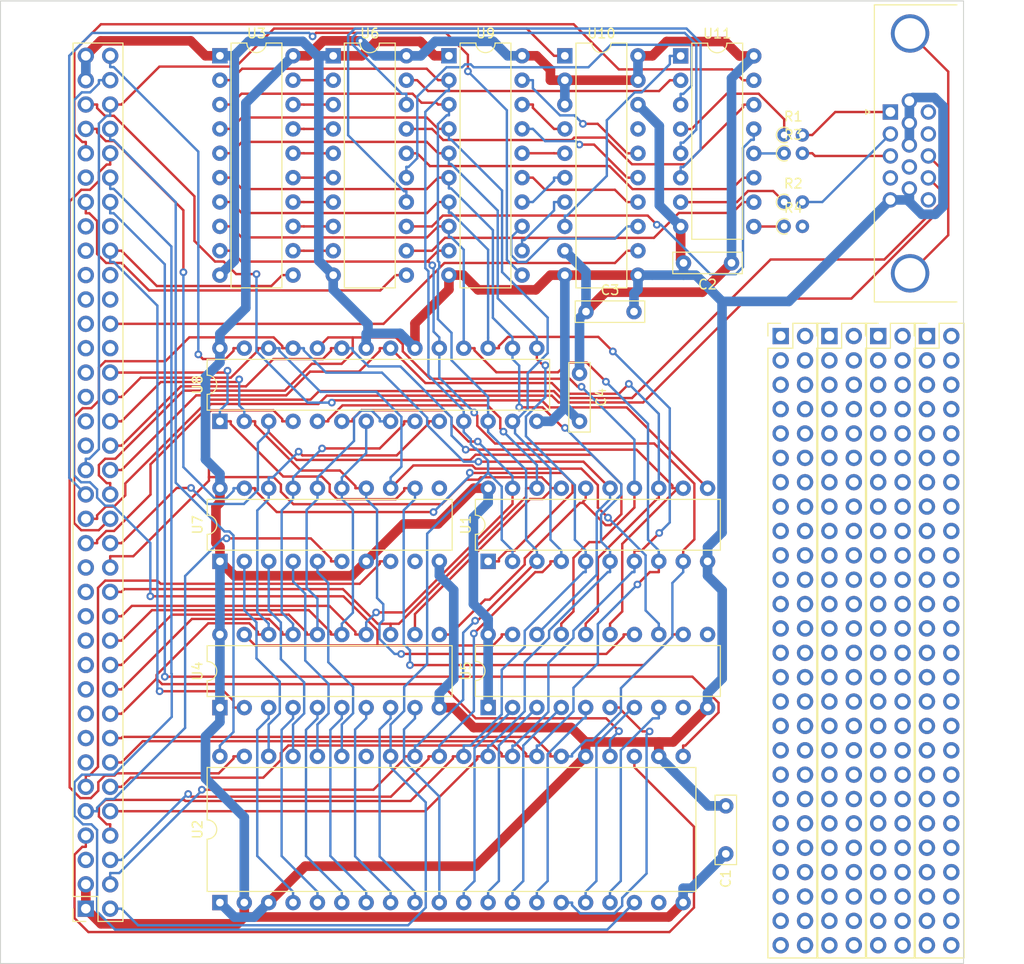
<source format=kicad_pcb>
(kicad_pcb (version 20211014) (generator pcbnew)
  (layers (0 "F.Cu" signal) (31 "B.Cu" signal) (34 "B.Paste" user) (35 "F.Paste" user) (36 "B.SilkS" user "B.Silkscreen") (37 "F.SilkS" user "F.Silkscreen") (38 "B.Mask" user) (39 "F.Mask" user) (44 "Edge.Cuts" user))
  (net 0 "")
  (net 1 "/GD0")
  (net 2 "+5V")
  (net 3 "/GD1")
  (net 4 "/GD2")
  (net 5 "/GD3")
  (net 6 "/GD4")
  (net 7 "/GD5")
  (net 8 "/GD6")
  (net 9 "/GD7")
  (net 10 "/GA0")
  (net 11 "/GA1")
  (net 12 "/GA2")
  (net 13 "/GA3")
  (net 14 "/GA4")
  (net 15 "/GA5")
  (net 16 "/GA6")
  (net 17 "/GA7")
  (net 18 "HSYNC")
  (net 19 "/GA8")
  (net 20 "VSYNC")
  (net 21 "/GA9")
  (net 22 "LoadCharline")
  (net 23 "/GA10")
  (net 24 "LoadSr")
  (net 25 "/GA11")
  (net 26 "/Dummy0")
  (net 27 "/GA12")
  (net 28 "/Dummy1")
  (net 29 "/GA13")
  (net 30 "/Dummy2")
  (net 31 "/GA14")
  (net 32 "/Dummy3")
  (net 33 "WR\\")
  (net 34 "/Dummy4")
  (net 35 "PixClkO")
  (net 36 "/Dummy5")
  (net 37 "RD\\")
  (net 38 "/Dummy6")
  (net 39 "/Dummy7")
  (net 40 "/Dummy8")
  (net 41 "LOADAD")
  (net 42 "/Dummy9")
  (net 43 "CCLK")
  (net 44 "LoadColBuf")
  (net 45 "DE")
  (net 46 "HS")
  (net 47 "VS")
  (net 48 "CHAROE")
  (net 49 "LOADCHR")
  (net 50 "CRTCOE")
  (net 51 "GND")
  (net 52 "GWE\\")
  (net 56 "OE_ADR")
  (net 57 "/MA0")
  (net 58 "/MA1")
  (net 59 "/MA2")
  (net 60 "/MA3")
  (net 61 "/MA4")
  (net 62 "/MA5")
  (net 63 "/MA6")
  (net 64 "/MA7")
  (net 65 "/MA8")
  (net 66 "/MA9")
  (net 67 "/MA10")
  (net 68 "/MA11")
  (net 69 "/MA12")
  (net 70 "/MA13")
  (net 71 "T1")
  (net 72 "T0")
  (net 79 "/RA4")
  (net 80 "/RA3")
  (net 81 "/RA2")
  (net 82 "/RA1")
  (net 83 "/RA0")
  (net 84 "LOADDAT")
  (net 85 "LoadCol")
  (net 86 "unconnected-(J2-Pad0)")
  (net 87 "Net-(J2-Pad1)")
  (net 88 "Net-(J2-Pad2)")
  (net 89 "Net-(J2-Pad3)")
  (net 95 "Net-(R1-Pad1)")
  (net 96 "Net-(R2-Pad1)")
  (net 97 "Net-(R3-Pad1)")
  (net 98 "Net-(R4-Pad1)")
  (net 101 "Pixel")
  (net 102 "Screen")
  (net 105 "Charset")
  (net 108 "/Col7")
  (net 109 "/Col6")
  (net 110 "/Col5")
  (net 111 "/Col4")
  (net 112 "/Col3")
  (net 113 "/Col2")
  (net 114 "/Col1")
  (net 115 "/Col0")
  (net 116 "/CL7")
  (net 117 "/CL6")
  (net 118 "/CL5")
  (net 119 "/CL4")
  (net 120 "/CL3")
  (net 121 "/CL2")
  (net 122 "/CL1")
  (net 123 "/CL0")
  (net 125 "/CBuf7")
  (net 126 "/CBuf6")
  (net 127 "/CBuf5")
  (net 128 "/CBuf4")
  (net 129 "/CBuf3")
  (net 130 "/CBuf2")
  (net 131 "/CBuf1")
  (net 132 "/CBuf0")
  (net 133 "DispEn")
  (footprint "Resistor_THT:R_Axial_DIN0204_L3.6mm_D1.6mm_P1.90mm_Vertical" (layer "F.Cu") (at 93.71 35.56)
    (fp_text reference "R4")
    (fp_text value "1K")
  )
  (footprint "Package_DIP:DIP-20_W7.62mm" (layer "F.Cu") (at 34.925 17.78)
    (fp_text reference "U3")
    (fp_text value "74LS573 Color Buffer")
  )
  (footprint "Package_DIP:DIP-20_W7.62mm" (layer "F.Cu") (at 70.86 17.785)
    (fp_text reference "U10")
    (fp_text value "74LS299")
  )
  (footprint "Connector_PinHeader_2.54mm:PinHeader_2x26_P2.54mm_Vertical" (layer "F.Cu") (at 103.505 46.99)
    (fp_text reference "" hide)
    (fp_text value "PinHeader_2x26_P2.54mm_Vertical" hide)
  )
  (footprint "Package_DIP:DIP-20_W7.62mm" (layer "F.Cu") (at 46.73 17.785)
    (fp_text reference "U6")
    (fp_text value "74LS573 Color")
  )
  (footprint "Connector_PinHeader_2.54mm:PinHeader_2x26_P2.54mm_Vertical" (layer "F.Cu") (at 93.345 46.99)
    (fp_text reference "" hide)
    (fp_text value "PinHeader_2x26_P2.54mm_Vertical" hide)
  )
  (footprint "Connector_PinHeader_2.54mm:PinHeader_2x26_P2.54mm_Vertical" (layer "F.Cu") (at 108.585 46.99)
    (fp_text reference "" hide)
    (fp_text value "PinHeader_2x26_P2.54mm_Vertical" hide)
  )
  (footprint "Capacitor_THT:C_Rect_L7.0mm_W2.0mm_P5.00mm" (layer "F.Cu") (at 72.39 50.88 -90)
    (fp_text reference "C4")
    (fp_text value "100nF")
  )
  (footprint "Resistor_THT:R_Axial_DIN0204_L3.6mm_D1.6mm_P1.90mm_Vertical" (layer "F.Cu") (at 93.71 26.035)
    (fp_text reference "R1")
    (fp_text value "1K")
  )
  (footprint "Capacitor_THT:C_Rect_L7.0mm_W2.0mm_P5.00mm" (layer "F.Cu") (at 87.63 100.965 90)
    (fp_text reference "C1")
    (fp_text value "100nF")
  )
  (footprint "Capacitor_THT:C_Rect_L7.0mm_W2.0mm_P5.00mm" (layer "F.Cu") (at 88.225 39.37 180)
    (fp_text reference "C2")
    (fp_text value "100nF")
  )
  (footprint "Resistor_THT:R_Axial_DIN0204_L3.6mm_D1.6mm_P1.90mm_Vertical" (layer "F.Cu") (at 93.71 27.94)
    (fp_text reference "R3")
    (fp_text value "1K")
  )
  (footprint "Package_DIP:DIP-20_W7.62mm" (layer "F.Cu") (at 62.87 85.715 90)
    (fp_text reference "U5")
    (fp_text value "74LS245 AddrCharColor Hi")
  )
  (footprint "Package_DIP:DIP-40_W15.24mm" (layer "F.Cu") (at 34.925 106.045 90)
    (fp_text reference "U2")
    (fp_text value "MC6845")
  )
  (footprint "Capacitor_THT:C_Rect_L7.0mm_W2.0mm_P5.00mm" (layer "F.Cu") (at 73.065 44.45)
    (fp_text reference "C3")
    (fp_text value "100nF")
  )
  (footprint "Connector_PinSocket_2.54mm:PinSocket_2x36_P2.54mm_Vertical" (layer "F.Cu") (at 20.955 106.68 180)
    (fp_text reference "J1" hide)
    (fp_text value "Conn_02x36_Odd_Even" hide)
  )
  (footprint "Package_DIP:DIP-16_W7.62mm" (layer "F.Cu") (at 82.925 17.795)
    (fp_text reference "U11")
    (fp_text value "74LS257")
  )
  (footprint "Package_DIP:DIP-20_W7.62mm" (layer "F.Cu") (at 34.93 70.475 90)
    (fp_text reference "U7")
    (fp_text value "74LS245 CharsetAdr 1")
  )
  (footprint "Resistor_THT:R_Axial_DIN0204_L3.6mm_D1.6mm_P1.90mm_Vertical" (layer "F.Cu") (at 93.71 33.02)
    (fp_text reference "R2")
    (fp_text value "1K")
  )
  (footprint "Package_DIP:DIP-20_W7.62mm" (layer "F.Cu") (at 58.785 17.78)
    (fp_text reference "U9")
    (fp_text value "74LS573 Charline")
  )
  (footprint "Package_DIP:DIP-20_W7.62mm" (layer "F.Cu") (at 34.925 85.725 90)
    (fp_text reference "U4")
    (fp_text value "74LS245 AddrCharColor Lo")
  )
  (footprint "Package_DIP:DIP-28_W7.62mm" (layer "F.Cu") (at 34.925 55.88 90)
    (fp_text reference "U8")
    (fp_text value "UM61256 GraphRam")
  )
  (footprint "Package_DIP:DIP-20_W7.62mm" (layer "F.Cu") (at 62.87 70.475 90)
    (fp_text reference "U1")
    (fp_text value "74LS573 Char")
  )
  (footprint "Connector_Dsub:DSUB-15-HD_Female_Horizontal_P2.29x1.98mm_EdgePinOffset3.03mm_Housed_MountingHolesOffset4.94mm" (layer "F.Cu") (at 104.775 23.64 90)
    (fp_text reference "J2" hide)
    (fp_text value "DB15_Female_HighDensity_MountingHoles" hide)
  )
  (footprint "Connector_PinHeader_2.54mm:PinHeader_2x26_P2.54mm_Vertical" (layer "F.Cu") (at 98.425 46.99)
    (fp_text reference "" hide)
    (fp_text value "PinHeader_2x26_P2.54mm_Vertical" hide)
  )
  (gr_line (start 112.395 12.065) (end 112.395 112.395) (layer "Edge.Cuts") (width 0.1))
  (gr_line (start 112.395 112.395) (end 12.065 112.395) (layer "Edge.Cuts") (width 0.1))
  (gr_line (start 112.395 12.065) (end 12.065 12.065) (layer "Edge.Cuts") (width 0.1))
  (gr_line (start 12.065 112.395) (end 12.065 12.065) (layer "Edge.Cuts") (width 0.1))
  (segment (start 37.2407 19.1294) (end 36.0501 20.32) (width 0.25) (layer "F.Cu") (net 1))
  (segment (start 58.785 20.32) (end 57.6599 20.32) (width 0.25) (layer "F.Cu") (net 1))
  (segment (start 56.4693 19.1294) (end 37.2407 19.1294) (width 0.25) (layer "F.Cu") (net 1))
  (segment (start 57.6599 20.32) (end 56.4693 19.1294) (width 0.25) (layer "F.Cu") (net 1))
  (segment (start 34.925 20.32) (end 36.0501 20.32) (width 0.25) (layer "F.Cu") (net 1))
  (segment (start 62.8615 61.2485) (end 56.515 67.595) (width 0.25) (layer "B.Cu") (net 1))
  (segment (start 56.515 67.595) (end 56.515 81.1675) (width 0.25) (layer "B.Cu") (net 1))
  (segment (start 60.325 55.88) (end 60.325 57.0051) (width 0.25) (layer "B.Cu") (net 1))
  (segment (start 56.3255 39.9162) (end 56.6496 40.2403) (width 0.25) (layer "B.Cu") (net 1))
  (segment (start 54.1198 83.5627) (end 54.1198 86.072) (width 0.25) (layer "B.Cu") (net 1))
  (segment (start 62.8615 59.9869) (end 62.8615 61.2485) (width 0.25) (layer "B.Cu") (net 1))
  (segment (start 54.1198 86.072) (end 52.705 87.4868) (width 0.25) (layer "B.Cu") (net 1))
  (segment (start 52.705 90.805) (end 52.705 91.9301) (width 0.25) (layer "B.Cu") (net 1))
  (segment (start 60.325 57.0051) (end 61.0644 57.7445) (width 0.25) (layer "B.Cu") (net 1))
  (segment (start 56.515 81.1675) (end 54.1198 83.5627) (width 0.25) (layer "B.Cu") (net 1))
  (segment (start 58.785 21.4451) (end 58.5037 21.4451) (width 0.25) (layer "B.Cu") (net 1))
  (segment (start 56.3701 95.5952) (end 56.3701 106.5682) (width 0.25) (layer "B.Cu") (net 1))
  (segment (start 52.705 87.4868) (end 52.705 90.805) (width 0.25) (layer "B.Cu") (net 1))
  (segment (start 61.587 58.7124) (end 62.8615 59.9869) (width 0.25) (layer "B.Cu") (net 1))
  (segment (start 23.495 106.68) (end 24.6701 106.68) (width 0.25) (layer "B.Cu") (net 1))
  (segment (start 61.0644 58.2876) (end 61.4892 58.7124) (width 0.25) (layer "B.Cu") (net 1))
  (segment (start 26.3968 108.4067) (end 24.6701 106.68) (width 0.25) (layer "B.Cu") (net 1))
  (segment (start 58.785 20.32) (end 58.785 21.4451) (width 0.25) (layer "B.Cu") (net 1))
  (segment (start 56.6496 40.2403) (end 56.6496 51.0795) (width 0.25) (layer "B.Cu") (net 1))
  (segment (start 52.705 91.9301) (end 56.3701 95.5952) (width 0.25) (layer "B.Cu") (net 1))
  (segment (start 64.2849 68.2248) (end 64.2849 62.672) (width 0.25) (layer "B.Cu") (net 1))
  (segment (start 65.41 70.475) (end 65.41 69.3499) (width 0.25) (layer "B.Cu") (net 1))
  (segment (start 56.3255 23.6233) (end 56.3255 39.9162) (width 0.25) (layer "B.Cu") (net 1))
  (segment (start 65.41 69.3499) (end 64.2849 68.2248) (width 0.25) (layer "B.Cu") (net 1))
  (segment (start 58.5037 21.4451) (end 56.3255 23.6233) (width 0.25) (layer "B.Cu") (net 1))
  (segment (start 56.3701 106.5682) (end 54.5316 108.4067) (width 0.25) (layer "B.Cu") (net 1))
  (segment (start 54.5316 108.4067) (end 26.3968 108.4067) (width 0.25) (layer "B.Cu") (net 1))
  (segment (start 60.325 55.88) (end 60.325 54.7549) (width 0.25) (layer "B.Cu") (net 1))
  (segment (start 61.4892 58.7124) (end 61.587 58.7124) (width 0.25) (layer "B.Cu") (net 1))
  (segment (start 56.6496 51.0795) (end 60.325 54.7549) (width 0.25) (layer "B.Cu") (net 1))
  (segment (start 61.0644 57.7445) (end 61.0644 58.2876) (width 0.25) (layer "B.Cu") (net 1))
  (segment (start 64.2849 62.672) (end 62.8615 61.2485) (width 0.25) (layer "B.Cu") (net 1))
  (segment (start 78.48 20.325) (end 70.86 20.325) (width 1) (layer "F.Cu") (net 2))
  (segment (start 37.465 106.045) (end 37.465 107.5451) (width 1) (layer "F.Cu") (net 2))
  (segment (start 34.5134 68.5583) (end 34.93 68.9749) (width 1) (layer "F.Cu") (net 2))
  (segment (start 54.0671 66.5779) (end 50.17 70.475) (width 1) (layer "F.Cu") (net 2))
  (segment (start 37.465 107.5451) (end 81.6849 107.5451) (width 1) (layer "F.Cu") (net 2))
  (segment (start 45.673 16.2203) (end 49.5686 16.2203) (width 1) (layer "F.Cu") (net 2))
  (segment (start 90.545 17.795) (end 89.0449 17.795) (width 1) (layer "F.Cu") (net 2))
  (segment (start 34.93 62.855) (end 34.93 64.3551) (width 1) (layer "F.Cu") (net 2))
  (segment (start 88.225 39.37) (end 85.1738 42.4212) (width 1) (layer "F.Cu") (net 2))
  (segment (start 81.6849 107.5451) (end 83.185 106.045) (width 1) (layer "F.Cu") (net 2))
  (segment (start 50.17 70.475) (end 48.6652 71.9798) (width 1) (layer "F.Cu") (net 2))
  (segment (start 34.93 64.3551) (end 34.5134 64.7717) (width 1) (layer "F.Cu") (net 2))
  (segment (start 78.48 17.785) (end 79.9801 17.785) (width 1) (layer "F.Cu") (net 2))
  (segment (start 85.1738 42.4212) (end 75.0938 42.4212) (width 1) (layer "F.Cu") (net 2))
  (segment (start 48.6652 71.9798) (end 36.4348 71.9798) (width 1) (layer "F.Cu") (net 2))
  (segment (start 89.0449 17.795) (end 87.5448 16.2949) (width 1) (layer "F.Cu") (net 2))
  (segment (start 61.3699 62.855) (end 57.647 66.5779) (width 1) (layer "F.Cu") (net 2))
  (segment (start 67.9051 17.78) (end 69.3599 19.2348) (width 1) (layer "F.Cu") (net 2))
  (segment (start 75.0938 42.4212) (end 73.065 44.45) (width 1) (layer "F.Cu") (net 2))
  (segment (start 69.3599 19.2348) (end 69.3599 20.325) (width 1) (layer "F.Cu") (net 2))
  (segment (start 34.93 70.475) (end 34.93 68.9749) (width 1) (layer "F.Cu") (net 2))
  (segment (start 37.465 107.5451) (end 36.7508 108.2593) (width 1) (layer "F.Cu") (net 2))
  (segment (start 70.86 20.325) (end 69.3599 20.325) (width 1) (layer "F.Cu") (net 2))
  (segment (start 66.405 17.78) (end 67.9051 17.78) (width 1) (layer "F.Cu") (net 2))
  (segment (start 87.5448 16.2949) (end 81.4702 16.2949) (width 1) (layer "F.Cu") (net 2))
  (segment (start 57.647 66.5779) (end 54.0671 66.5779) (width 1) (layer "F.Cu") (net 2))
  (segment (start 20.955 106.68) (end 20.955 105.6901) (width 1) (layer "F.Cu") (net 2))
  (segment (start 36.4348 71.9798) (end 34.93 70.475) (width 1) (layer "F.Cu") (net 2))
  (segment (start 42.545 17.78) (end 44.0451 17.78) (width 1) (layer "F.Cu") (net 2))
  (segment (start 36.7508 108.2593) (end 22.5343 108.2593) (width 1) (layer "F.Cu") (net 2))
  (segment (start 34.5134 64.7717) (end 34.5134 68.5583) (width 1) (layer "F.Cu") (net 2))
  (segment (start 81.4702 16.2949) (end 79.9801 17.785) (width 1) (layer "F.Cu") (net 2))
  (segment (start 44.1133 17.78) (end 45.673 16.2203) (width 1) (layer "F.Cu") (net 2))
  (segment (start 20.955 104.14) (end 20.955 105.6901) (width 1) (layer "F.Cu") (net 2))
  (segment (start 22.5343 108.2593) (end 20.955 106.68) (width 1) (layer "F.Cu") (net 2))
  (segment (start 44.0451 17.78) (end 44.1133 17.78) (width 1) (layer "F.Cu") (net 2))
  (segment (start 62.87 62.855) (end 61.3699 62.855) (width 1) (layer "F.Cu") (net 2))
  (via (at 49.5686 16.2203) (size 0.8) (drill 0.4) (layers "F.Cu" "B.Cu") (net 2))
  (segment (start 78.48 17.785) (end 78.48 20.325) (width 1) (layer "B.Cu") (net 2))
  (segment (start 62.87 77.4614) (end 62.87 78.095) (width 1) (layer "B.Cu") (net 2))
  (segment (start 33.4248 93.1051) (end 33.4248 88.7253) (width 1) (layer "B.Cu") (net 2))
  (segment (start 34.925 85.725) (end 34.925 87.2251) (width 1) (layer "B.Cu") (net 2))
  (segment (start 34.925 78.105) (end 34.925 85.725) (width 1) (layer "B.Cu") (net 2))
  (segment (start 34.93 61.3549) (end 33.4248 59.8497) (width 1) (layer "B.Cu") (net 2))
  (segment (start 62.87 78.095) (end 62.87 85.715) (width 1) (layer "B.Cu") (net 2))
  (segment (start 37.465 97.1453) (end 33.4248 93.1051) (width 1) (layer "B.Cu") (net 2))
  (segment (start 61.3349 74.9293) (end 61.3349 65.8902) (width 1) (layer "B.Cu") (net 2))
  (segment (start 34.925 48.26) (end 34.925 46.7599) (width 1) (layer "B.Cu") (net 2))
  (segment (start 55.8501 17.785) (end 57.3553 16.2798) (width 1) (layer "B.Cu") (net 2))
  (segment (start 84.0501 104.5449) (end 87.63 100.965) (width 1) (layer "B.Cu") (net 2))
  (segment (start 88.225 20.115) (end 88.225 39.37) (width 1) (layer "B.Cu") (net 2))
  (segment (start 83.185 104.5449) (end 84.0501 104.5449) (width 1) (layer "B.Cu") (net 2))
  (segment (start 33.4248 88.7253) (end 34.925 87.2251) (width 1) (layer "B.Cu") (net 2))
  (segment (start 37.465 106.045) (end 37.465 97.1453) (width 1) (layer "B.Cu") (net 2))
  (segment (start 73.065 44.45) (end 73.065 40.31) (width 1) (layer "B.Cu") (net 2))
  (segment (start 34.93 62.855) (end 34.93 61.3549) (width 1) (layer "B.Cu") (net 2))
  (segment (start 66.405 17.78) (end 64.9049 17.78) (width 1) (layer "B.Cu") (net 2))
  (segment (start 61.3349 65.8902) (end 62.87 64.3551) (width 1) (layer "B.Cu") (net 2))
  (segment (start 73.065 40.31) (end 70.86 38.105) (width 1) (layer "B.Cu") (net 2))
  (segment (start 37.6252 44.0597) (end 37.6252 22.6998) (width 1) (layer "B.Cu") (net 2))
  (segment (start 34.93 76.5999) (end 34.93 70.475) (width 1) (layer "B.Cu") (net 2))
  (segment (start 72.39 45.125) (end 72.39 50.88) (width 1) (layer "B.Cu") (net 2))
  (segment (start 51.1333 17.785) (end 49.5686 16.2203) (width 1) (layer "B.Cu") (net 2))
  (segment (start 62.87 76.5949) (end 62.87 76.4644) (width 1) (layer "B.Cu") (net 2))
  (segment (start 62.87 62.855) (end 62.87 64.3551) (width 1) (layer "B.Cu") (net 2))
  (segment (start 34.925 78.105) (end 34.925 76.6049) (width 1) (layer "B.Cu") (net 2))
  (segment (start 62.87 76.4644) (end 61.3349 74.9293) (width 1) (layer "B.Cu") (net 2))
  (segment (start 70.86 22.865) (end 70.86 20.325) (width 1) (layer "B.Cu") (net 2))
  (segment (start 62.87 77.4614) (end 62.87 76.5949) (width 1) (layer "B.Cu") (net 2))
  (segment (start 33.4248 59.8497) (end 33.4248 51.2603) (width 1) (layer "B.Cu") (net 2))
  (segment (start 54.35 17.785) (end 51.1333 17.785) (width 1) (layer "B.Cu") (net 2))
  (segment (start 54.35 17.785) (end 55.8501 17.785) (width 1) (layer "B.Cu") (net 2))
  (segment (start 37.6252 22.6998) (end 42.545 17.78) (width 1) (layer "B.Cu") (net 2))
  (segment (start 90.545 17.795) (end 88.225 20.115) (width 1) (layer "B.Cu") (net 2))
  (segment (start 73.065 44.45) (end 72.39 45.125) (width 1) (layer "B.Cu") (net 2))
  (segment (start 57.3553 16.2798) (end 63.4047 16.2798) (width 1) (layer "B.Cu") (net 2))
  (segment (start 34.925 48.26) (end 34.925 49.7601) (width 1) (layer "B.Cu") (net 2))
  (segment (start 33.4248 51.2603) (end 34.925 49.7601) (width 1) (layer "B.Cu") (net 2))
  (segment (start 34.925 46.7599) (end 37.6252 44.0597) (width 1) (layer "B.Cu") (net 2))
  (segment (start 34.925 76.6049) (end 34.93 76.5999) (width 1) (layer "B.Cu") (net 2))
  (segment (start 83.185 106.045) (end 83.185 104.5449) (width 1) (layer "B.Cu") (net 2))
  (segment (start 63.4047 16.2798) (end 64.9049 17.78) (width 1) (layer "B.Cu") (net 2))
  (segment (start 55.245 90.805) (end 54.1199 90.805) (width 0.25) (layer "F.Cu") (net 3))
  (segment (start 57.6599 22.86) (end 57.475 22.6751) (width 0.25) (layer "F.Cu") (net 3))
  (segment (start 54.9955 21.7329) (end 37.1772 21.7329) (width 0.25) (layer "F.Cu") (net 3))
  (segment (start 57.475 22.6751) (end 55.9377 22.6751) (width 0.25) (layer "F.Cu") (net 3))
  (segment (start 54.1199 91.0863) (end 50.9251 94.2811) (width 0.25) (layer "F.Cu") (net 3))
  (segment (start 55.9377 22.6751) (end 54.9955 21.7329) (width 0.25) (layer "F.Cu") (net 3))
  (segment (start 61.7564 76.6686) (end 61.5185 76.6686) (width 0.25) (layer "F.Cu") (net 3))
  (segment (start 37.1772 21.7329) (end 36.0501 22.86) (width 0.25) (layer "F.Cu") (net 3))
  (segment (start 34.925 22.86) (end 36.0501 22.86) (width 0.25) (layer "F.Cu") (net 3))
  (segment (start 50.9251 94.2811) (end 33.0451 94.2811) (width 0.25) (layer "F.Cu") (net 3))
  (segment (start 54.1199 90.805) (end 54.1199 91.0863) (width 0.25) (layer "F.Cu") (net 3))
  (segment (start 67.95 70.475) (end 61.7564 76.6686) (width 0.25) (layer "F.Cu") (net 3))
  (segment (start 58.785 22.86) (end 57.6599 22.86) (width 0.25) (layer "F.Cu") (net 3))
  (via (at 33.0451 94.2811) (size 0.8) (drill 0.4) (layers "F.Cu" "B.Cu") (net 3))
  (via (at 61.5185 76.6686) (size 0.8) (drill 0.4) (layers "F.Cu" "B.Cu") (net 3))
  (segment (start 67.95 69.3499) (end 66.8249 68.2248) (width 0.25) (layer "B.Cu") (net 3))
  (segment (start 66.8249 68.2248) (end 66.8249 60.965) (width 0.25) (layer "B.Cu") (net 3))
  (segment (start 55.4781 89.6799) (end 55.245 89.6799) (width 0.25) (layer "B.Cu") (net 3))
  (segment (start 33.0451 94.2811) (end 33.0451 94.3583) (width 0.25) (layer "B.Cu") (net 3))
  (segment (start 61.5185 76.6686) (end 60.2666 77.9205) (width 0.25) (layer "B.Cu") (net 3))
  (segment (start 58.785 22.86) (end 58.785 23.9851) (width 0.25) (layer "B.Cu") (net 3))
  (segment (start 57.6355 24.9014) (end 58.5518 23.9851) (width 0.25) (layer "B.Cu") (net 3))
  (segment (start 62.865 53.335) (end 59.055 49.525) (width 0.25) (layer "B.Cu") (net 3))
  (segment (start 62.865 55.88) (end 62.865 53.335) (width 0.25) (layer "B.Cu") (net 3))
  (segment (start 58.5518 23.9851) (end 58.785 23.9851) (width 0.25) (layer "B.Cu") (net 3))
  (segment (start 66.8249 60.965) (end 62.865 57.0051) (width 0.25) (layer "B.Cu") (net 3))
  (segment (start 59.055 49.525) (end 59.055 46.6564) (width 0.25) (layer "B.Cu") (net 3))
  (segment (start 24.4385 102.9649) (end 23.495 102.9649) (width 0.25) (layer "B.Cu") (net 3))
  (segment (start 60.2666 77.9205) (end 60.2666 84.8914) (width 0.25) (layer "B.Cu") (net 3))
  (segment (start 57.6355 40.0565) (end 57.7757 39.9163) (width 0.25) (layer "B.Cu") (net 3))
  (segment (start 57.6355 39.1753) (end 57.6355 24.9014) (width 0.25) (layer "B.Cu") (net 3))
  (segment (start 33.0451 94.3583) (end 24.4385 102.9649) (width 0.25) (layer "B.Cu") (net 3))
  (segment (start 60.2666 84.8914) (end 55.4781 89.6799) (width 0.25) (layer "B.Cu") (net 3))
  (segment (start 23.495 104.14) (end 23.495 102.9649) (width 0.25) (layer "B.Cu") (net 3))
  (segment (start 67.95 70.475) (end 67.95 69.3499) (width 0.25) (layer "B.Cu") (net 3))
  (segment (start 59.055 46.6564) (end 57.6355 45.2369) (width 0.25) (layer "B.Cu") (net 3))
  (segment (start 57.7757 39.9163) (end 57.7757 39.3155) (width 0.25) (layer "B.Cu") (net 3))
  (segment (start 62.865 55.88) (end 62.865 57.0051) (width 0.25) (layer "B.Cu") (net 3))
  (segment (start 57.6355 45.2369) (end 57.6355 40.0565) (width 0.25) (layer "B.Cu") (net 3))
  (segment (start 57.7757 39.3155) (end 57.6355 39.1753) (width 0.25) (layer "B.Cu") (net 3))
  (segment (start 55.245 90.805) (end 55.245 89.6799) (width 0.25) (layer "B.Cu") (net 3))
  (segment (start 69.3649 70.475) (end 69.3649 70.7564) (width 0.25) (layer "F.Cu") (net 4))
  (segment (start 52.74 95.0062) (end 56.6599 91.0863) (width 0.25) (layer "F.Cu") (net 4))
  (segment (start 31.8981 95.0062) (end 52.74 95.0062) (width 0.25) (layer "F.Cu") (net 4))
  (segment (start 69.3649 70.7564) (end 68.5212 71.6001) (width 0.25) (layer "F.Cu") (net 4))
  (segment (start 56.474 24.2141) (end 57.6599 25.4) (width 0.25) (layer "F.Cu") (net 4))
  (segment (start 68.5212 71.6001) (end 67.7736 71.6001) (width 0.25) (layer "F.Cu") (net 4))
  (segment (start 37.236 24.2141) (end 56.474 24.2141) (width 0.25) (layer "F.Cu") (net 4))
  (segment (start 56.6599 91.0863) (end 56.6599 90.805) (width 0.25) (layer "F.Cu") (net 4))
  (segment (start 34.925 25.4) (end 36.0501 25.4) (width 0.25) (layer "F.Cu") (net 4))
  (segment (start 58.785 25.4) (end 57.6599 25.4) (width 0.25) (layer "F.Cu") (net 4))
  (segment (start 57.785 90.805) (end 56.6599 90.805) (width 0.25) (layer "F.Cu") (net 4))
  (segment (start 31.6201 94.7282) (end 31.8981 95.0062) (width 0.25) (layer "F.Cu") (net 4))
  (segment (start 70.49 70.475) (end 69.3649 70.475) (width 0.25) (layer "F.Cu") (net 4))
  (segment (start 67.7736 71.6001) (end 61.3818 77.9919) (width 0.25) (layer "F.Cu") (net 4))
  (segment (start 36.0501 25.4) (end 37.236 24.2141) (width 0.25) (layer "F.Cu") (net 4))
  (via (at 31.6201 94.7282) (size 0.8) (drill 0.4) (layers "F.Cu" "B.Cu") (net 4))
  (via (at 61.3818 77.9919) (size 0.8) (drill 0.4) (layers "F.Cu" "B.Cu") (net 4))
  (segment (start 59.0181 26.5251) (end 64.3196 31.8266) (width 0.25) (layer "B.Cu") (net 4))
  (segment (start 70.49 69.3499) (end 69.3649 68.2248) (width 0.25) (layer "B.Cu") (net 4))
  (segment (start 57.785 89.6799) (end 61.3818 86.0831) (width 0.25) (layer "B.Cu") (net 4))
  (segment (start 65.6709 57.1353) (end 65.6709 55.88) (width 0.25) (layer "B.Cu") (net 4))
  (segment (start 70.49 70.475) (end 70.49 69.3499) (width 0.25) (layer "B.Cu") (net 4))
  (segment (start 31.6201 94.7282) (end 31.5419 94.7282) (width 0.25) (layer "B.Cu") (net 4))
  (segment (start 69.3649 60.8293) (end 65.6709 57.1353) (width 0.25) (layer "B.Cu") (net 4))
  (segment (start 58.785 25.4) (end 58.785 26.5251) (width 0.25) (layer "B.Cu") (net 4))
  (segment (start 64.3196 31.8266) (end 64.3196 40.319) (width 0.25) (layer "B.Cu") (net 4))
  (segment (start 58.785 26.5251) (end 59.0181 26.5251) (width 0.25) (layer "B.Cu") (net 4))
  (segment (start 57.785 90.805) (end 57.785 89.6799) (width 0.25) (layer "B.Cu") (net 4))
  (segment (start 31.5419 94.7282) (end 24.6701 101.6) (width 0.25) (layer "B.Cu") (net 4))
  (segment (start 23.495 101.6) (end 24.6701 101.6) (width 0.25) (layer "B.Cu") (net 4))
  (segment (start 66.9864 54.5645) (end 65.6709 55.88) (width 0.25) (layer "B.Cu") (net 4))
  (segment (start 69.0702 45.0696) (end 69.0702 48.7782) (width 0.25) (layer "B.Cu") (net 4))
  (segment (start 69.0702 48.7782) (end 66.9864 50.862) (width 0.25) (layer "B.Cu") (net 4))
  (segment (start 61.3818 86.0831) (end 61.3818 77.9919) (width 0.25) (layer "B.Cu") (net 4))
  (segment (start 64.3196 40.319) (end 69.0702 45.0696) (width 0.25) (layer "B.Cu") (net 4))
  (segment (start 69.3649 68.2248) (end 69.3649 60.8293) (width 0.25) (layer "B.Cu") (net 4))
  (segment (start 66.9864 50.862) (end 66.9864 54.5645) (width 0.25) (layer "B.Cu") (net 4))
  (segment (start 65.405 55.88) (end 65.6709 55.88) (width 0.25) (layer "B.Cu") (net 4))
  (segment (start 54.7817 95.4563) (end 59.1999 91.0381) (width 0.25) (layer "F.Cu") (net 5))
  (segment (start 59.1999 91.0381) (end 59.1999 90.805) (width 0.25) (layer "F.Cu") (net 5))
  (segment (start 23.1278 97.8849) (end 22.3198 97.0769) (width 0.25) (layer "F.Cu") (net 5))
  (segment (start 60.325 90.805) (end 59.1999 90.805) (width 0.25) (layer "F.Cu") (net 5))
  (segment (start 23.495 97.8849) (end 23.1278 97.8849) (width 0.25) (layer "F.Cu") (net 5))
  (segment (start 31.3228 95.4563) (end 54.7817 95.4563) (width 0.25) (layer "F.Cu") (net 5))
  (segment (start 23.495 99.06) (end 23.495 97.8849) (width 0.25) (layer "F.Cu") (net 5))
  (segment (start 22.3198 97.0769) (end 22.3198 96.0303) (width 0.25) (layer "F.Cu") (net 5))
  (segment (start 36.0501 27.94) (end 37.236 26.7541) (width 0.25) (layer "F.Cu") (net 5))
  (segment (start 37.236 26.7541) (end 56.474 26.7541) (width 0.25) (layer "F.Cu") (net 5))
  (segment (start 34.925 27.94) (end 36.0501 27.94) (width 0.25) (layer "F.Cu") (net 5))
  (segment (start 22.3198 96.0303) (end 23.0053 95.3448) (width 0.25) (layer "F.Cu") (net 5))
  (segment (start 68.6042 50.0443) (end 68.8295 50.0443) (width 0.25) (layer "F.Cu") (net 5))
  (segment (start 56.474 26.7541) (end 57.6599 27.94) (width 0.25) (layer "F.Cu") (net 5))
  (segment (start 58.785 27.94) (end 57.6599 27.94) (width 0.25) (layer "F.Cu") (net 5))
  (segment (start 31.2113 95.3448) (end 31.3228 95.4563) (width 0.25) (layer "F.Cu") (net 5))
  (segment (start 67.945 48.26) (end 67.945 49.3851) (width 0.25) (layer "F.Cu") (net 5))
  (segment (start 23.0053 95.3448) (end 31.2113 95.3448) (width 0.25) (layer "F.Cu") (net 5))
  (segment (start 67.945 49.3851) (end 68.6042 50.0443) (width 0.25) (layer "F.Cu") (net 5))
  (via (at 68.8295 50.0443) (size 0.8) (drill 0.4) (layers "F.Cu" "B.Cu") (net 5))
  (segment (start 64.2849 81.7945) (end 64.2849 86.4217) (width 0.25) (layer "B.Cu") (net 5))
  (segment (start 71.9049 62.5286) (end 66.8063 57.43) (width 0.25) (layer "B.Cu") (net 5))
  (segment (start 73.03 70.7562) (end 73.03 71.6001) (width 0.25) (layer "B.Cu") (net 5))
  (segment (start 66.8063 55.3812) (end 68.8295 53.358) (width 0.25) (layer "B.Cu") (net 5))
  (segment (start 59.0181 29.0651) (end 58.785 29.0651) (width 0.25) (layer "B.Cu") (net 5))
  (segment (start 64.2849 86.4217) (end 61.0267 89.6799) (width 0.25) (layer "B.Cu") (net 5))
  (segment (start 73.03 70.7562) (end 73.03 70.475) (width 0.25) (layer "B.Cu") (net 5))
  (segment (start 73.03 70.475) (end 73.03 69.3499) (width 0.25) (layer "B.Cu") (net 5))
  (segment (start 67.945 47.1349) (end 63.8694 43.0593) (width 0.25) (layer "B.Cu") (net 5))
  (segment (start 73.03 71.6001) (end 72.7968 71.6001) (width 0.25) (layer "B.Cu") (net 5))
  (segment (start 71.9049 68.2248) (end 71.9049 62.5286) (width 0.25) (layer "B.Cu") (net 5))
  (segment (start 58.785 27.94) (end 58.785 29.0651) (width 0.25) (layer "B.Cu") (net 5))
  (segment (start 66.8063 57.43) (end 66.8063 55.3812) (width 0.25) (layer "B.Cu") (net 5))
  (segment (start 72.7968 71.6001) (end 66.68 77.7169) (width 0.25) (layer "B.Cu") (net 5))
  (segment (start 63.8694 43.0593) (end 63.8694 33.9164) (width 0.25) (layer "B.Cu") (net 5))
  (segment (start 60.325 90.805) (end 60.325 89.6799) (width 0.25) (layer "B.Cu") (net 5))
  (segment (start 67.945 48.26) (end 67.945 47.1349) (width 0.25) (layer "B.Cu") (net 5))
  (segment (start 73.03 69.3499) (end 71.9049 68.2248) (width 0.25) (layer "B.Cu") (net 5))
  (segment (start 66.68 79.3994) (end 64.2849 81.7945) (width 0.25) (layer "B.Cu") (net 5))
  (segment (start 68.8295 53.358) (end 68.8295 50.0443) (width 0.25) (layer "B.Cu") (net 5))
  (segment (start 63.8694 33.9164) (end 59.0181 29.0651) (width 0.25) (layer "B.Cu") (net 5))
  (segment (start 61.0267 89.6799) (end 60.325 89.6799) (width 0.25) (layer "B.Cu") (net 5))
  (segment (start 66.68 77.7169) (end 66.68 79.3994) (width 0.25) (layer "B.Cu") (net 5))
  (segment (start 61.7399 91.0863) (end 61.7399 90.805) (width 0.25) (layer "F.Cu") (net 6))
  (segment (start 57.6599 30.48) (end 56.4693 31.6706) (width 0.25) (layer "F.Cu") (net 6))
  (segment (start 24.6701 96.52) (end 56.3062 96.52) (width 0.25) (layer "F.Cu") (net 6))
  (segment (start 56.3062 96.52) (end 61.7399 91.0863) (width 0.25) (layer "F.Cu") (net 6))
  (segment (start 62.865 90.805) (end 61.7399 90.805) (width 0.25) (layer "F.Cu") (net 6))
  (segment (start 34.925 30.48) (end 36.0501 30.48) (width 0.25) (layer "F.Cu") (net 6))
  (segment (start 37.2407 31.6706) (end 36.0501 30.48) (width 0.25) (layer "F.Cu") (net 6))
  (segment (start 56.4693 31.6706) (end 37.2407 31.6706) (width 0.25) (layer "F.Cu") (net 6))
  (segment (start 68.5357 54.4205) (end 66.1049 54.4205) (width 0.25) (layer "F.Cu") (net 6))
  (segment (start 23.495 96.52) (end 24.6701 96.52) (width 0.25) (layer "F.Cu") (net 6))
  (segment (start 70.6807 56.5655) (end 68.5357 54.4205) (width 0.25) (layer "F.Cu") (net 6))
  (segment (start 58.785 30.48) (end 57.6599 30.48) (width 0.25) (layer "F.Cu") (net 6))
  (segment (start 70.8792 56.5655) (end 70.6807 56.5655) (width 0.25) (layer "F.Cu") (net 6))
  (via (at 70.8792 56.5655) (size 0.8) (drill 0.4) (layers "F.Cu" "B.Cu") (net 6))
  (via (at 66.1049 54.4205) (size 0.8) (drill 0.4) (layers "F.Cu" "B.Cu") (net 6))
  (segment (start 69.22 77.7059) (end 69.22 78.4552) (width 0.25) (layer "B.Cu") (net 6))
  (segment (start 75.57 71.6001) (end 75.3258 71.6001) (width 0.25) (layer "B.Cu") (net 6))
  (segment (start 63.3632 45.0931) (end 65.405 47.1349) (width 0.25) (layer "B.Cu") (net 6))
  (segment (start 62.865 90.805) (end 62.865 89.6799) (width 0.25) (layer "B.Cu") (net 6))
  (segment (start 74.631 65.6222) (end 74.631 68.4109) (width 0.25) (layer "B.Cu") (net 6))
  (segment (start 58.785 30.48) (end 58.785 31.6051) (width 0.25) (layer "B.Cu") (net 6))
  (segment (start 58.785 31.6051) (end 59.0181 31.6051) (width 0.25) (layer "B.Cu") (net 6))
  (segment (start 63.3632 35.9502) (end 63.3632 45.0931) (width 0.25) (layer "B.Cu") (net 6))
  (segment (start 74.631 68.4109) (end 75.57 69.3499) (width 0.25) (layer "B.Cu") (net 6))
  (segment (start 75.57 70.475) (end 75.57 71.6001) (width 0.25) (layer "B.Cu") (net 6))
  (segment (start 76.7404 62.4267) (end 76.7404 63.5128) (width 0.25) (layer "B.Cu") (net 6))
  (segment (start 66.1049 50.085) (end 66.1049 54.4205) (width 0.25) (layer "B.Cu") (net 6))
  (segment (start 70.8792 56.5655) (end 76.7404 62.4267) (width 0.25) (layer "B.Cu") (net 6))
  (segment (start 66.68 80.9952) (end 66.68 86.0974) (width 0.25) (layer "B.Cu") (net 6))
  (segment (start 66.68 86.0974) (end 63.0975 89.6799) (width 0.25) (layer "B.Cu") (net 6))
  (segment (start 65.405 49.3851) (end 66.1049 50.085) (width 0.25) (layer "B.Cu") (net 6))
  (segment (start 75.57 70.475) (end 75.57 69.3499) (width 0.25) (layer "B.Cu") (net 6))
  (segment (start 63.0975 89.6799) (end 62.865 89.6799) (width 0.25) (layer "B.Cu") (net 6))
  (segment (start 75.3258 71.6001) (end 69.22 77.7059) (width 0.25) (layer "B.Cu") (net 6))
  (segment (start 69.22 78.4552) (end 66.68 80.9952) (width 0.25) (layer "B.Cu") (net 6))
  (segment (start 65.405 48.26) (end 65.405 49.3851) (width 0.25) (layer "B.Cu") (net 6))
  (segment (start 76.7404 63.5128) (end 74.631 65.6222) (width 0.25) (layer "B.Cu") (net 6))
  (segment (start 65.405 48.26) (end 65.405 47.1349) (width 0.25) (layer "B.Cu") (net 6))
  (segment (start 59.0181 31.6051) (end 63.3632 35.9502) (width 0.25) (layer "B.Cu") (net 6))
  (segment (start 23.495 93.98) (end 24.6701 93.98) (width 0.25) (layer "F.Cu") (net 7))
  (segment (start 75.8632 48.5968) (end 74.3473 47.0809) (width 0.25) (layer "F.Cu") (net 7))
  (segment (start 41.275 91.1909) (end 39.4437 93.0222) (width 0.25) (layer "F.Cu") (net 7))
  (segment (start 64.2799 90.805) (end 64.2799 90.5237) (width 0.25) (layer "F.Cu") (net 7))
  (segment (start 56.5104 34.1695) (end 37.1996 34.1695) (width 0.25) (layer "F.Cu") (net 7))
  (segment (start 64.936 47.0809) (end 63.9901 48.0268) (width 0.25) (layer "F.Cu") (net 7))
  (segment (start 34.925 33.02) (end 36.0501 33.02) (width 0.25) (layer "F.Cu") (net 7))
  (segment (start 42.0537 89.6728) (end 41.275 90.4515) (width 0.25) (layer "F.Cu") (net 7))
  (segment (start 62.865 48.26) (end 63.9901 48.26) (width 0.25) (layer "F.Cu") (net 7))
  (segment (start 25.6279 93.0222) (end 24.6701 93.98) (width 0.25) (layer "F.Cu") (net 7))
  (segment (start 63.9901 48.0268) (end 63.9901 48.26) (width 0.25) (layer "F.Cu") (net 7))
  (segment (start 57.6599 33.02) (end 56.5104 34.1695) (width 0.25) (layer "F.Cu") (net 7))
  (segment (start 78.11 69.3499) (end 78.863 69.3499) (width 0.25) (layer "F.Cu") (net 7))
  (segment (start 65.405 90.805) (end 64.2799 90.805) (width 0.25) (layer "F.Cu") (net 7))
  (segment (start 39.4437 93.0222) (end 25.6279 93.0222) (width 0.25) (layer "F.Cu") (net 7))
  (segment (start 63.429 89.6728) (end 42.0537 89.6728) (width 0.25) (layer "F.Cu") (net 7))
  (segment (start 78.11 70.475) (end 78.11 69.3499) (width 0.25) (layer "F.Cu") (net 7))
  (segment (start 74.3473 47.0809) (end 64.936 47.0809) (width 0.25) (layer "F.Cu") (net 7))
  (segment (start 41.275 90.4515) (end 41.275 91.1909) (width 0.25) (layer "F.Cu") (net 7))
  (segment (start 64.2799 90.5237) (end 63.429 89.6728) (width 0.25) (layer "F.Cu") (net 7))
  (segment (start 78.863 69.3499) (end 80.6931 67.5198) (width 0.25) (layer "F.Cu") (net 7))
  (segment (start 58.785 33.02) (end 57.6599 33.02) (width 0.25) (layer "F.Cu") (net 7))
  (segment (start 37.1996 34.1695) (end 36.0501 33.02) (width 0.25) (layer "F.Cu") (net 7))
  (via (at 75.8632 48.5968) (size 0.8) (drill 0.4) (layers "F.Cu" "B.Cu") (net 7))
  (via (at 80.6931 67.5198) (size 0.8) (drill 0.4) (layers "F.Cu" "B.Cu") (net 7))
  (segment (start 77.8658 71.6001) (end 71.76 77.7059) (width 0.25) (layer "B.Cu") (net 7))
  (segment (start 80.6931 67.5198) (end 81.7894 66.4235) (width 0.25) (layer "B.Cu") (net 7))
  (segment (start 69.1461 81.0746) (end 69.1461 86.1719) (width 0.25) (layer "B.Cu") (net 7))
  (segment (start 65.405 90.805) (end 65.405 89.6799) (width 0.25) (layer "B.Cu") (net 7))
  (segment (start 81.7894 54.523) (end 75.8632 48.5968) (width 0.25) (layer "B.Cu") (net 7))
  (segment (start 58.785 33.02) (end 58.785 34.1451) (width 0.25) (layer "B.Cu") (net 7))
  (segment (start 78.11 70.475) (end 78.11 71.6001) (width 0.25) (layer "B.Cu") (net 7))
  (segment (start 78.11 71.6001) (end 77.8658 71.6001) (width 0.25) (layer "B.Cu") (net 7))
  (segment (start 59.0181 34.1451) (end 62.865 37.992) (width 0.25) (layer "B.Cu") (net 7))
  (segment (start 81.7894 66.4235) (end 81.7894 54.523) (width 0.25) (layer "B.Cu") (net 7))
  (segment (start 62.865 37.992) (end 62.865 47.1349) (width 0.25) (layer "B.Cu") (net 7))
  (segment (start 62.865 47.6974) (end 62.865 47.1349) (width 0.25) (layer "B.Cu") (net 7))
  (segment (start 65.6381 89.6799) (end 65.405 89.6799) (width 0.25) (layer "B.Cu") (net 7))
  (segment (start 71.76 77.7059) (end 71.76 78.4607) (width 0.25) (layer "B.Cu") (net 7))
  (segment (start 58.785 34.1451) (end 59.0181 34.1451) (width 0.25) (layer "B.Cu") (net 7))
  (segment (start 71.76 78.4607) (end 69.1461 81.0746) (width 0.25) (layer "B.Cu") (net 7))
  (segment (start 69.1461 86.1719) (end 65.6381 89.6799) (width 0.25) (layer "B.Cu") (net 7))
  (segment (start 62.865 47.6974) (end 62.865 48.26) (width 0.25) (layer "B.Cu") (net 7))
  (segment (start 73.139 49.7548) (end 71.1654 49.7548) (width 0.25) (layer "F.Cu") (net 8))
  (segment (start 70.1507 50.7695) (end 63.7264 50.7695) (width 0.25) (layer "F.Cu") (net 8))
  (segment (start 60.325 48.26) (end 61.4501 48.26) (width 0.25) (layer "F.Cu") (net 8))
  (segment (start 79.7101 71.6001) (end 78.423 72.8872) (width 0.25) (layer "F.Cu") (net 8))
  (segment (start 67.945 90.805) (end 66.8199 90.805) (width 0.25) (layer "F.Cu") (net 8))
  (segment (start 37.1996 36.7095) (end 36.0501 35.56) (width 0.25) (layer "F.Cu") (net 8))
  (segment (start 34.925 35.56) (end 36.0501 35.56) (width 0.25) (layer "F.Cu") (net 8))
  (segment (start 56.5104 36.7095) (end 37.1996 36.7095) (width 0.25) (layer "F.Cu") (net 8))
  (segment (start 75.1399 51.7557) (end 73.139 49.7548) (width 0.25) (layer "F.Cu") (net 8))
  (segment (start 80.65 70.475) (end 80.65 71.6001) (width 0.25) (layer "F.Cu") (net 8))
  (segment (start 57.6599 35.56) (end 56.5104 36.7095) (width 0.25) (layer "F.Cu") (net 8))
  (segment (start 61.4501 48.4932) (end 61.4501 48.26) (width 0.25) (layer "F.Cu") (net 8))
  (segment (start 23.495 91.44) (end 24.6701 91.44) (width 0.25) (layer "F.Cu") (net 8))
  (segment (start 71.1654 49.7548) (end 70.1507 50.7695) (width 0.25) (layer "F.Cu") (net 8))
  (segment (start 63.7264 50.7695) (end 61.4501 48.4932) (width 0.25) (layer "F.Cu") (net 8))
  (segment (start 65.5188 89.2226) (end 66.8199 90.5237) (width 0.25) (layer "F.Cu") (net 8))
  (segment (start 80.65 71.6001) (end 79.7101 71.6001) (width 0.25) (layer "F.Cu") (net 8))
  (segment (start 24.6701 91.44) (end 26.8875 89.2226) (width 0.25) (layer "F.Cu") (net 8))
  (segment (start 26.8875 89.2226) (end 65.5188 89.2226) (width 0.25) (layer "F.Cu") (net 8))
  (segment (start 58.785 35.56) (end 57.6599 35.56) (width 0.25) (layer "F.Cu") (net 8))
  (segment (start 66.8199 90.5237) (end 66.8199 90.805) (width 0.25) (layer "F.Cu") (net 8))
  (via (at 75.1399 51.7557) (size 0.8) (drill 0.4) (layers "F.Cu" "B.Cu") (net 8))
  (via (at 78.423 72.8872) (size 0.8) (drill 0.4) (layers "F.Cu" "B.Cu") (net 8))
  (segment (start 80.65 70.475) (end 80.65 69.3499) (width 0.25) (layer "B.Cu") (net 8))
  (segment (start 74.3 77.0102) (end 74.3 81.1158) (width 0.25) (layer "B.Cu") (net 8))
  (segment (start 71.76 86.098) (end 68.1781 89.6799) (width 0.25) (layer "B.Cu") (net 8))
  (segment (start 80.65 69.3499) (end 79.5249 68.2248) (width 0.25) (layer "B.Cu") (net 8))
  (segment (start 71.76 83.6558) (end 71.76 86.098) (width 0.25) (layer "B.Cu") (net 8))
  (segment (start 58.785 35.56) (end 58.785 36.6851) (width 0.25) (layer "B.Cu") (net 8))
  (segment (start 60.325 48.26) (end 60.325 37.992) (width 0.25) (layer "B.Cu") (net 8))
  (segment (start 68.1781 89.6799) (end 67.945 89.6799) (width 0.25) (layer "B.Cu") (net 8))
  (segment (start 79.5249 68.2248) (end 79.5249 56.1407) (width 0.25) (layer "B.Cu") (net 8))
  (segment (start 67.945 90.805) (end 67.945 89.6799) (width 0.25) (layer "B.Cu") (net 8))
  (segment (start 60.325 37.992) (end 59.0181 36.6851) (width 0.25) (layer "B.Cu") (net 8))
  (segment (start 59.0181 36.6851) (end 58.785 36.6851) (width 0.25) (layer "B.Cu") (net 8))
  (segment (start 74.3 81.1158) (end 71.76 83.6558) (width 0.25) (layer "B.Cu") (net 8))
  (segment (start 78.423 72.8872) (end 74.3 77.0102) (width 0.25) (layer "B.Cu") (net 8))
  (segment (start 79.5249 56.1407) (end 75.1399 51.7557) (width 0.25) (layer "B.Cu") (net 8))
  (segment (start 83.19 70.475) (end 83.19 69.3499) (width 0.25) (layer "F.Cu") (net 9))
  (segment (start 70.485 90.805) (end 69.3599 90.805) (width 0.25) (layer "F.Cu") (net 9))
  (segment (start 84.3543 68.1856) (end 84.3543 62.3798) (width 0.25) (layer "F.Cu") (net 9))
  (segment (start 61.7398 56.3461) (end 61.7398 55.2842) (width 0.25) (layer "F.Cu") (net 9))
  (segment (start 56.5973 39.1626) (end 56.5294 39.2305) (width 0.25) (layer "F.Cu") (net 9))
  (segment (start 23.495 88.9) (end 24.6701 88.9) (width 0.25) (layer "F.Cu") (net 9))
  (segment (start 63.5852 58.1915) (end 61.7398 56.3461) (width 0.25) (layer "F.Cu") (net 9))
  (segment (start 61.7398 55.2842) (end 61.4193 54.9637) (width 0.25) (layer "F.Cu") (net 9))
  (segment (start 69.3599 90.805) (end 69.3599 90.5237) (width 0.25) (layer "F.Cu") (net 9))
  (segment (start 69.3599 90.5237) (end 67.6086 88.7724) (width 0.25) (layer "F.Cu") (net 9))
  (segment (start 83.19 69.3499) (end 84.3543 68.1856) (width 0.25) (layer "F.Cu") (net 9))
  (segment (start 80.166 58.1915) (end 63.5852 58.1915) (width 0.25) (layer "F.Cu") (net 9))
  (segment (start 84.3543 62.3798) (end 80.166 58.1915) (width 0.25) (layer "F.Cu") (net 9))
  (segment (start 24.7977 88.7724) (end 24.6701 88.9) (width 0.25) (layer "F.Cu") (net 9))
  (segment (start 67.6086 88.7724) (end 24.7977 88.7724) (width 0.25) (layer "F.Cu") (net 9))
  (segment (start 34.925 38.1) (end 36.0501 38.1) (width 0.25) (layer "F.Cu") (net 9))
  (segment (start 56.5294 39.2305) (end 37.1806 39.2305) (width 0.25) (layer "F.Cu") (net 9))
  (segment (start 57.6599 38.1) (end 56.5973 39.1626) (width 0.25) (layer "F.Cu") (net 9))
  (segment (start 37.1806 39.2305) (end 36.0501 38.1) (width 0.25) (layer "F.Cu") (net 9))
  (segment (start 58.785 38.1) (end 57.6599 38.1) (width 0.25) (layer "F.Cu") (net 9))
  (segment (start 57.0506 39.6159) (end 56.5973 39.1626) (width 0.25) (layer "F.Cu") (net 9))
  (via (at 57.0506 39.6159) (size 0.8) (drill 0.4) (layers "F.Cu" "B.Cu") (net 9))
  (via (at 61.4193 54.9637) (size 0.8) (drill 0.4) (layers "F.Cu" "B.Cu") (net 9))
  (segment (start 57.785 47.1349) (end 57.1853 46.5352) (width 0.25) (layer "B.Cu") (net 9))
  (segment (start 61.4193 54.9637) (end 57.785 51.3294) (width 0.25) (layer "B.Cu") (net 9))
  (segment (start 57.785 48.26) (end 57.785 47.1349) (width 0.25) (layer "B.Cu") (net 9))
  (segment (start 83.19 71.6001) (end 82.0649 72.7252) (width 0.25) (layer "B.Cu") (net 9))
  (segment (start 57.1853 46.5352) (end 57.1853 39.7506) (width 0.25) (layer "B.Cu") (net 9))
  (segment (start 71.6101 90.5718) (end 71.6101 90.805) (width 0.25) (layer "B.Cu") (net 9))
  (segment (start 76.7048 83.6945) (end 76.7048 86.1713) (width 0.25) (layer "B.Cu") (net 9))
  (segment (start 82.0649 78.3344) (end 76.7048 83.6945) (width 0.25) (layer "B.Cu") (net 9))
  (segment (start 70.485 90.805) (end 71.6101 90.805) (width 0.25) (layer "B.Cu") (net 9))
  (segment (start 73.0508 89.1311) (end 71.6101 90.5718) (width 0.25) (layer "B.Cu") (net 9))
  (segment (start 73.745 89.1311) (end 73.0508 89.1311) (width 0.25) (layer "B.Cu") (net 9))
  (segment (start 57.1853 39.7506) (end 57.0506 39.6159) (width 0.25) (layer "B.Cu") (net 9))
  (segment (start 83.19 70.475) (end 83.19 71.6001) (width 0.25) (layer "B.Cu") (net 9))
  (segment (start 76.7048 86.1713) (end 73.745 89.1311) (width 0.25) (layer "B.Cu") (net 9))
  (segment (start 57.785 51.3294) (end 57.785 48.26) (width 0.25) (layer "B.Cu") (net 9))
  (segment (start 82.0649 72.7252) (end 82.0649 78.3344) (width 0.25) (layer "B.Cu") (net 9))
  (segment (start 33.7138 76.9315) (end 28.3287 82.3166) (width 0.25) (layer "F.Cu") (net 10))
  (segment (start 56.6599 55.88) (end 56.6599 56.114) (width 0.25) (layer "F.Cu") (net 10))
  (segment (start 28.3287 82.3166) (end 28.3287 82.7013) (width 0.25) (layer "F.Cu") (net 10))
  (segment (start 61.5673 86.8402) (end 75.1661 86.8402) (width 0.25) (layer "F.Cu") (net 10))
  (segment (start 53.3402 59.4337) (end 43.5195 59.4337) (width 0.25) (layer "F.Cu") (net 10))
  (segment (start 58.0027 83.2756) (end 61.5673 86.8402) (width 0.25) (layer "F.Cu") (net 10))
  (segment (start 28.3287 82.7013) (end 28.3288 82.7013) (width 0.25) (layer "F.Cu") (net 10))
  (segment (start 40.005 78.105) (end 38.8799 78.105) (width 0.25) (layer "F.Cu") (net 10))
  (segment (start 43.5195 59.4337) (end 43.1257 59.0399) (width 0.25) (layer "F.Cu") (net 10))
  (segment (start 38.8799 78.105) (end 38.8799 77.8237) (width 0.25) (layer "F.Cu") (net 10))
  (segment (start 24.6701 86.36) (end 28.3288 82.7013) (width 0.25) (layer "F.Cu") (net 10))
  (segment (start 28.903 83.2756) (end 58.0027 83.2756) (width 0.25) (layer "F.Cu") (net 10))
  (segment (start 56.6599 56.114) (end 53.3402 59.4337) (width 0.25) (layer "F.Cu") (net 10))
  (segment (start 38.8799 77.8237) (end 37.9877 76.9315) (width 0.25) (layer "F.Cu") (net 10))
  (segment (start 23.495 86.36) (end 24.6701 86.36) (width 0.25) (layer "F.Cu") (net 10))
  (segment (start 75.1661 86.8402) (end 76.5016 88.1757) (width 0.25) (layer "F.Cu") (net 10))
  (segment (start 57.785 55.88) (end 56.6599 55.88) (width 0.25) (layer "F.Cu") (net 10))
  (segment (start 37.9877 76.9315) (end 33.7138 76.9315) (width 0.25) (layer "F.Cu") (net 10))
  (segment (start 28.3288 82.7013) (end 28.903 83.2756) (width 0.25) (layer "F.Cu") (net 10))
  (via (at 76.5016 88.1757) (size 0.8) (drill 0.4) (layers "F.Cu" "B.Cu") (net 10))
  (via (at 43.1257 59.0399) (size 0.8) (drill 0.4) (layers "F.Cu" "B.Cu") (net 10))
  (segment (start 40.01 62.855) (end 40.01 61.7299) (width 0.25) (layer "B.Cu") (net 10))
  (segment (start 75.565 89.1123) (end 75.565 90.805) (width 0.25) (layer "B.Cu") (net 10))
  (segment (start 40.4357 61.7299) (end 43.1257 59.0399) (width 0.25) (layer "B.Cu") (net 10))
  (segment (start 40.01 62.855) (end 40.01 63.9801) (width 0.25) (layer "B.Cu") (net 10))
  (segment (start 40.005 76.9799) (end 38.8183 75.7932) (width 0.25) (layer "B.Cu") (net 10))
  (segment (start 38.8183 75.7932) (end 38.8183 65.1718) (width 0.25) (layer "B.Cu") (net 10))
  (segment (start 38.8183 65.1718) (end 40.01 63.9801) (width 0.25) (layer "B.Cu") (net 10))
  (segment (start 76.5016 88.1757) (end 75.565 89.1123) (width 0.25) (layer "B.Cu") (net 10))
  (segment (start 40.01 61.7299) (end 40.4357 61.7299) (width 0.25) (layer "B.Cu") (net 10))
  (segment (start 40.005 78.105) (end 40.005 76.9799) (width 0.25) (layer "B.Cu") (net 10))
  (segment (start 54.1199 55.88) (end 54.1199 56.1613) (width 0.25) (layer "F.Cu") (net 11))
  (segment (start 23.495 83.82) (end 24.6701 83.82) (width 0.25) (layer "F.Cu") (net 11))
  (segment (start 51.5726 58.7086) (end 45.5713 58.7086) (width 0.25) (layer "F.Cu") (net 11))
  (segment (start 40.0293 76.4813) (end 32.0088 76.4813) (width 0.25) (layer "F.Cu") (net 11))
  (segment (start 55.245 55.88) (end 54.1199 55.88) (width 0.25) (layer "F.Cu") (net 11))
  (segment (start 41.4199 78.105) (end 41.4199 77.8719) (width 0.25) (layer "F.Cu") (net 11))
  (segment (start 42.545 78.105) (end 41.4199 78.105) (width 0.25) (layer "F.Cu") (net 11))
  (segment (start 54.1199 56.1613) (end 51.5726 58.7086) (width 0.25) (layer "F.Cu") (net 11))
  (segment (start 41.4199 77.8719) (end 40.0293 76.4813) (width 0.25) (layer "F.Cu") (net 11))
  (segment (start 32.0088 76.4813) (end 24.6701 83.82) (width 0.25) (layer "F.Cu") (net 11))
  (via (at 45.5713 58.7086) (size 0.8) (drill 0.4) (layers "F.Cu" "B.Cu") (net 11))
  (segment (start 42.55 62.855) (end 42.55 63.9801) (width 0.25) (layer "B.Cu") (net 11))
  (segment (start 42.55 62.855) (end 42.55 61.7299) (width 0.25) (layer "B.Cu") (net 11))
  (segment (start 41.3591 65.171) (end 42.55 63.9801) (width 0.25) (layer "B.Cu") (net 11))
  (segment (start 45.5713 58.7086) (end 42.55 61.7299) (width 0.25) (layer "B.Cu") (net 11))
  (segment (start 42.545 78.105) (end 42.545 76.9799) (width 0.25) (layer "B.Cu") (net 11))
  (segment (start 41.3591 75.794) (end 41.3591 65.171) (width 0.25) (layer "B.Cu") (net 11))
  (segment (start 42.545 76.9799) (end 41.3591 75.794) (width 0.25) (layer "B.Cu") (net 11))
  (segment (start 43.9599 77.8896) (end 42.1015 76.0312) (width 0.25) (layer "F.Cu") (net 12))
  (segment (start 23.495 81.28) (end 24.6701 81.28) (width 0.25) (layer "F.Cu") (net 12))
  (segment (start 29.9189 76.0312) (end 24.6701 81.28) (width 0.25) (layer "F.Cu") (net 12))
  (segment (start 43.9599 78.105) (end 43.9599 77.8896) (width 0.25) (layer "F.Cu") (net 12))
  (segment (start 45.085 78.105) (end 43.9599 78.105) (width 0.25) (layer "F.Cu") (net 12))
  (segment (start 42.1015 76.0312) (end 29.9189 76.0312) (width 0.25) (layer "F.Cu") (net 12))
  (segment (start 43.9599 65.1102) (end 43.9599 73.2439) (width 0.25) (layer "B.Cu") (net 12))
  (segment (start 51.5799 55.88) (end 51.5799 55.5987) (width 0.25) (layer "B.Cu") (net 12))
  (segment (start 48.895 55.5301) (end 48.895 57.9249) (width 0.25) (layer "B.Cu") (net 12))
  (segment (start 45.09 62.855) (end 45.09 61.7299) (width 0.25) (layer "B.Cu") (net 12))
  (segment (start 45.085 74.369) (end 45.085 78.105) (width 0.25) (layer "B.Cu") (net 12))
  (segment (start 45.09 62.855) (end 45.09 63.9801) (width 0.25) (layer "B.Cu") (net 12))
  (segment (start 51.5799 55.5987) (end 50.7316 54.7504) (width 0.25) (layer "B.Cu") (net 12))
  (segment (start 52.705 55.88) (end 51.5799 55.88) (width 0.25) (layer "B.Cu") (net 12))
  (segment (start 49.6747 54.7504) (end 48.895 55.5301) (width 0.25) (layer "B.Cu") (net 12))
  (segment (start 43.9599 73.2439) (end 45.085 74.369) (width 0.25) (layer "B.Cu") (net 12))
  (segment (start 45.09 63.9801) (end 43.9599 65.1102) (width 0.25) (layer "B.Cu") (net 12))
  (segment (start 50.7316 54.7504) (end 49.6747 54.7504) (width 0.25) (layer "B.Cu") (net 12))
  (segment (start 48.895 57.9249) (end 45.09 61.7299) (width 0.25) (layer "B.Cu") (net 12))
  (segment (start 23.495 78.74) (end 24.6701 78.74) (width 0.25) (layer "F.Cu") (net 13))
  (segment (start 46.4999 78.105) (end 46.4999 77.8784) (width 0.25) (layer "F.Cu") (net 13))
  (segment (start 46.4999 77.8784) (end 44.1876 75.5661) (width 0.25) (layer "F.Cu") (net 13))
  (segment (start 27.844 75.5661) (end 24.6701 78.74) (width 0.25) (layer "F.Cu") (net 13))
  (segment (start 47.625 78.105) (end 46.4999 78.105) (width 0.25) (layer "F.Cu") (net 13))
  (segment (start 44.1876 75.5661) (end 27.844 75.5661) (width 0.25) (layer "F.Cu") (net 13))
  (segment (start 50.165 59.1949) (end 47.63 61.7299) (width 0.25) (layer "B.Cu") (net 13))
  (segment (start 47.63 62.855) (end 47.63 63.9801) (width 0.25) (layer "B.Cu") (net 13))
  (segment (start 47.63 62.855) (end 47.63 61.7299) (width 0.25) (layer "B.Cu") (net 13))
  (segment (start 47.625 76.9799) (end 48.7799 75.825) (width 0.25) (layer "B.Cu") (net 13))
  (segment (start 48.7799 75.825) (end 48.7799 65.13) (width 0.25) (layer "B.Cu") (net 13))
  (segment (start 47.625 78.105) (end 47.625 76.9799) (width 0.25) (layer "B.Cu") (net 13))
  (segment (start 50.165 55.88) (end 50.165 59.1949) (width 0.25) (layer "B.Cu") (net 13))
  (segment (start 48.7799 65.13) (end 47.63 63.9801) (width 0.25) (layer "B.Cu") (net 13))
  (segment (start 54.1175 75.8004) (end 51.2 75.8004) (width 0.25) (layer "F.Cu") (net 14))
  (segment (start 49.0399 78.105) (end 49.0399 77.8237) (width 0.25) (layer "F.Cu") (net 14))
  (segment (start 60.83 57.9873) (end 59.055 56.2123) (width 0.25) (layer "F.Cu") (net 14))
  (segment (start 49.0399 77.8237) (end 46.3322 75.116) (width 0.25) (layer "F.Cu") (net 14))
  (segment (start 59.055 56.2123) (end 59.055 55.4835) (width 0.25) (layer "F.Cu") (net 14))
  (segment (start 49.6777 54.7192) (end 48.7501 55.6468) (width 0.25) (layer "F.Cu") (net 14))
  (segment (start 23.495 76.2) (end 24.6701 76.2) (width 0.25) (layer "F.Cu") (net 14))
  (segment (start 65.41 64.5079) (end 54.1175 75.8004) (width 0.25) (layer "F.Cu") (net 14))
  (segment (start 61.7895 57.9873) (end 60.83 57.9873) (width 0.25) (layer "F.Cu") (net 14))
  (segment (start 59.055 55.4835) (end 58.2907 54.7192) (width 0.25) (layer "F.Cu") (net 14))
  (segment (start 25.7541 75.116) (end 24.6701 76.2) (width 0.25) (layer "F.Cu") (net 14))
  (segment (start 50.165 78.105) (end 49.0399 78.105) (width 0.25) (layer "F.Cu") (net 14))
  (segment (start 47.625 55.88) (end 48.7501 55.88) (width 0.25) (layer "F.Cu") (net 14))
  (segment (start 46.3322 75.116) (end 25.7541 75.116) (width 0.25) (layer "F.Cu") (net 14))
  (segment (start 65.41 62.855) (end 65.41 64.5079) (width 0.25) (layer "F.Cu") (net 14))
  (segment (start 48.7501 55.6468) (end 48.7501 55.88) (width 0.25) (layer "F.Cu") (net 14))
  (segment (start 58.2907 54.7192) (end 49.6777 54.7192) (width 0.25) (layer "F.Cu") (net 14))
  (via (at 51.2 75.8004) (size 0.8) (drill 0.4) (layers "F.Cu" "B.Cu") (net 14))
  (via (at 61.7895 57.9873) (size 0.8) (drill 0.4) (layers "F.Cu" "B.Cu") (net 14))
  (segment (start 51.2 75.8004) (end 50.165 76.8354) (width 0.25) (layer "B.Cu") (net 14))
  (segment (start 65.41 62.855) (end 65.41 61.6078) (width 0.25) (layer "B.Cu") (net 14))
  (segment (start 65.41 61.6078) (end 61.7895 57.9873) (width 0.25) (layer "B.Cu") (net 14))
  (segment (start 50.165 76.8354) (end 50.165 78.105) (width 0.25) (layer "B.Cu") (net 14))
  (segment (start 62.8167 54.218) (end 64.135 55.5363) (width 0.25) (layer "F.Cu") (net 15))
  (segment (start 45.085 55.88) (end 46.2101 55.88) (width 0.25) (layer "F.Cu") (net 15))
  (segment (start 66.8249 63.7297) (end 66.8249 62.855) (width 0.25) (layer "F.Cu") (net 15))
  (segment (start 64.135 56.625) (end 64.4633 56.9533) (width 0.25) (layer "F.Cu") (net 15))
  (segment (start 51.3541 76.9799) (end 52.705 76.9799) (width 0.25) (layer "F.Cu") (net 15))
  (segment (start 46.2101 55.7036) (end 47.6957 54.218) (width 0.25) (layer "F.Cu") (net 15))
  (segment (start 47.6957 54.218) (end 62.8167 54.218) (width 0.25) (layer "F.Cu") (net 15))
  (segment (start 23.495 73.66) (end 24.6701 73.66) (width 0.25) (layer "F.Cu") (net 15))
  (segment (start 47.7489 73.3747) (end 51.3541 76.9799) (width 0.25) (layer "F.Cu") (net 15))
  (segment (start 24.9554 73.3747) (end 47.7489 73.3747) (width 0.25) (layer "F.Cu") (net 15))
  (segment (start 46.2101 55.88) (end 46.2101 55.7036) (width 0.25) (layer "F.Cu") (net 15))
  (segment (start 52.705 78.105) (end 52.705 76.9799) (width 0.25) (layer "F.Cu") (net 15))
  (segment (start 52.705 76.9799) (end 53.5747 76.9799) (width 0.25) (layer "F.Cu") (net 15))
  (segment (start 24.6701 73.66) (end 24.9554 73.3747) (width 0.25) (layer "F.Cu") (net 15))
  (segment (start 53.5747 76.9799) (end 66.8249 63.7297) (width 0.25) (layer "F.Cu") (net 15))
  (segment (start 64.135 55.5363) (end 64.135 56.625) (width 0.25) (layer "F.Cu") (net 15))
  (segment (start 67.95 62.855) (end 66.8249 62.855) (width 0.25) (layer "F.Cu") (net 15))
  (via (at 64.4633 56.9533) (size 0.8) (drill 0.4) (layers "F.Cu" "B.Cu") (net 15))
  (segment (start 67.95 60.44) (end 67.95 62.855) (width 0.25) (layer "B.Cu") (net 15))
  (segment (start 64.4633 56.9533) (end 67.95 60.44) (width 0.25) (layer "B.Cu") (net 15))
  (segment (start 41.4199 55.6469) (end 41.4199 55.88) (width 0.25) (layer "F.Cu") (net 16))
  (segment (start 42.5795 64.5193) (end 58.0367 64.5193) (width 0.25) (layer "F.Cu") (net 16))
  (segment (start 40.5176 61.6968) (end 41.28 62.4592) (width 0.25) (layer "F.Cu") (net 16))
  (segment (start 67.2357 63.9801) (end 55.245 75.9708) (width 0.25) (layer "F.Cu") (net 16))
  (segment (start 69.3649 62.6219) (end 69.3649 62.855) (width 0.25) (layer "F.Cu") (net 16))
  (segment (start 62.1106 61.7139) (end 68.4569 61.7139) (width 0.25) (layer "F.Cu") (net 16))
  (segment (start 55.245 75.9708) (end 55.245 78.105) (width 0.25) (layer "F.Cu") (net 16))
  (segment (start 33.7824 54.957) (end 34.0072 54.7322) (width 0.25) (layer "F.Cu") (net 16))
  (segment (start 33.7824 61.6968) (end 40.5176 61.6968) (width 0.25) (layer "F.Cu") (net 16))
  (segment (start 69.3649 62.855) (end 69.3649 63.1364) (width 0.25) (layer "F.Cu") (net 16))
  (segment (start 68.4569 61.7139) (end 69.3649 62.6219) (width 0.25) (layer "F.Cu") (net 16))
  (segment (start 58.0367 64.5193) (end 60.5907 61.9653) (width 0.25) (layer "F.Cu") (net 16))
  (segment (start 40.5052 54.7322) (end 41.4199 55.6469) (width 0.25) (layer "F.Cu") (net 16))
  (segment (start 70.49 62.855) (end 69.3649 62.855) (width 0.25) (layer "F.Cu") (net 16))
  (segment (start 42.545 55.88) (end 41.4199 55.88) (width 0.25) (layer "F.Cu") (net 16))
  (segment (start 61.8592 61.9653) (end 62.1106 61.7139) (width 0.25) (layer "F.Cu") (net 16))
  (segment (start 69.3649 63.1364) (end 68.5212 63.9801) (width 0.25) (layer "F.Cu") (net 16))
  (segment (start 33.7824 61.6968) (end 33.7824 54.957) (width 0.25) (layer "F.Cu") (net 16))
  (segment (start 68.5212 63.9801) (end 67.2357 63.9801) (width 0.25) (layer "F.Cu") (net 16))
  (segment (start 41.28 62.4592) (end 41.28 63.2198) (width 0.25) (layer "F.Cu") (net 16))
  (segment (start 34.0072 54.7322) (end 40.5052 54.7322) (width 0.25) (layer "F.Cu") (net 16))
  (segment (start 25.9039 69.9449) (end 33.7824 62.0664) (width 0.25) (layer "F.Cu") (net 16))
  (segment (start 33.7824 62.0664) (end 33.7824 61.6968) (width 0.25) (layer "F.Cu") (net 16))
  (segment (start 60.5907 61.9653) (end 61.8592 61.9653) (width 0.25) (layer "F.Cu") (net 16))
  (segment (start 23.495 71.12) (end 23.495 69.9449) (width 0.25) (layer "F.Cu") (net 16))
  (segment (start 41.28 63.2198) (end 42.5795 64.5193) (width 0.25) (layer "F.Cu") (net 16))
  (segment (start 23.495 69.9449) (end 25.9039 69.9449) (width 0.25) (layer "F.Cu") (net 16))
  (segment (start 40.005 55.88) (end 40.005 57.0051) (width 0.25) (layer "F.Cu") (net 17))
  (segment (start 75.1113 66.7031) (end 72.7897 64.3815) (width 0.25) (layer "F.Cu") (net 17))
  (segment (start 72.443 64.3815) (end 72.7897 64.3815) (width 0.25) (layer "F.Cu") (net 17))
  (segment (start 63.0259 74.4683) (end 66.68 70.8142) (width 0.25) (layer "F.Cu") (net 17))
  (segment (start 40.005 57.0051) (end 42.8999 59.9) (width 0.25) (layer "F.Cu") (net 17))
  (segment (start 61.5574 59.3635) (end 73.6749 59.3635) (width 0.25) (layer "F.Cu") (net 17))
  (segment (start 73.6749 59.3635) (end 76.7511 62.4397) (width 0.25) (layer "F.Cu") (net 17))
  (segment (start 57.785 78.105) (end 58.9101 78.105) (width 0.25) (layer "F.Cu") (net 17))
  (segment (start 66.68 70.1445) (end 72.443 64.3815) (width 0.25) (layer "F.Cu") (net 17))
  (segment (start 72.7897 64.2204) (end 73.03 63.9801) (width 0.25) (layer "F.Cu") (net 17))
  (segment (start 73.03 62.855) (end 73.03 63.9801) (width 0.25) (layer "F.Cu") (net 17))
  (segment (start 62.5468 74.4683) (end 63.0259 74.4683) (width 0.25) (layer "F.Cu") (net 17))
  (segment (start 61.0209 59.9) (end 61.5574 59.3635) (width 0.25) (layer "F.Cu") (net 17))
  (segment (start 30.426 62.8241) (end 24.6701 68.58) (width 0.25) (layer "F.Cu") (net 17))
  (segment (start 58.9101 78.105) (end 62.5468 74.4683) (width 0.25) (layer "F.Cu") (net 17))
  (segment (start 72.7897 64.3815) (end 72.7897 64.2204) (width 0.25) (layer "F.Cu") (net 17))
  (segment (start 23.495 68.58) (end 24.6701 68.58) (width 0.25) (layer "F.Cu") (net 17))
  (segment (start 75.6012 66.7031) (end 75.1113 66.7031) (width 0.25) (layer "F.Cu") (net 17))
  (segment (start 76.7511 65.5532) (end 75.6012 66.7031) (width 0.25) (layer "F.Cu") (net 17))
  (segment (start 31.9187 62.8241) (end 30.426 62.8241) (width 0.25) (layer "F.Cu") (net 17))
  (segment (start 76.7511 62.4397) (end 76.7511 65.5532) (width 0.25) (layer "F.Cu") (net 17))
  (segment (start 42.8999 59.9) (end 61.0209 59.9) (width 0.25) (layer "F.Cu") (net 17))
  (segment (start 66.68 70.8142) (end 66.68 70.1445) (width 0.25) (layer "F.Cu") (net 17))
  (via (at 31.9187 62.8241) (size 0.8) (drill 0.4) (layers "F.Cu" "B.Cu") (net 17))
  (segment (start 38.8799 58.1302) (end 38.8799 63.0431) (width 0.25) (layer "B.Cu") (net 17))
  (segment (start 33.587 64.4924) (end 31.9187 62.8241) (width 0.25) (layer "B.Cu") (net 17))
  (segment (start 37.4306 64.4924) (end 33.587 64.4924) (width 0.25) (layer "B.Cu") (net 17))
  (segment (start 40.005 57.0051) (end 38.8799 58.1302) (width 0.25) (layer "B.Cu") (net 17))
  (segment (start 38.8799 63.0431) (end 37.4306 64.4924) (width 0.25) (layer "B.Cu") (net 17))
  (segment (start 40.005 55.88) (end 40.005 57.0051) (width 0.25) (layer "B.Cu") (net 17))
  (segment (start 20.955 68.58) (end 22.1301 68.58) (width 0.25) (layer "F.Cu") (net 18))
  (segment (start 70.2143 53.9165) (end 79.0144 53.9165) (width 0.25) (layer "F.Cu") (net 18))
  (segment (start 46.0538 53.2056) (end 69.5034 53.2056) (width 0.25) (layer "F.Cu") (net 18))
  (segment (start 110.3519 29.8369) (end 108.735 28.22) (width 0.25) (layer "F.Cu") (net 18))
  (segment (start 100.7099 43.0861) (end 110.3519 33.4441) (width 0.25) (layer "F.Cu") (net 18))
  (segment (start 110.3519 33.4441) (end 110.3519 29.8369) (width 0.25) (layer "F.Cu") (net 18))
  (segment (start 27.6948 60.3642) (end 33.9848 54.0742) (width 0.25) (layer "F.Cu") (net 18))
  (segment (start 23.0868 67.31) (end 23.8985 67.31) (width 0.25) (layer "F.Cu") (net 18))
  (segment (start 27.6948 63.5137) (end 27.6948 60.3642) (width 0.25) (layer "F.Cu") (net 18))
  (segment (start 69.5034 53.2056) (end 70.2143 53.9165) (width 0.25) (layer "F.Cu") (net 18))
  (segment (start 33.9848 54.0742) (end 45.1852 54.0742) (width 0.25) (layer "F.Cu") (net 18))
  (segment (start 22.1301 68.2667) (end 23.0868 67.31) (width 0.25) (layer "F.Cu") (net 18))
  (segment (start 79.0144 53.9165) (end 89.8448 43.0861) (width 0.25) (layer "F.Cu") (net 18))
  (segment (start 22.1301 68.58) (end 22.1301 68.2667) (width 0.25) (layer "F.Cu") (net 18))
  (segment (start 23.8985 67.31) (end 27.6948 63.5137) (width 0.25) (layer "F.Cu") (net 18))
  (segment (start 89.8448 43.0861) (end 100.7099 43.0861) (width 0.25) (layer "F.Cu") (net 18))
  (segment (start 45.1852 54.0742) (end 46.0538 53.2056) (width 0.25) (layer "F.Cu") (net 18))
  (segment (start 41.4199 48.26) (end 41.4199 48.0269) (width 0.25) (layer "F.Cu") (net 19))
  (segment (start 20.6193 54.5152) (end 19.7338 55.4007) (width 0.25) (layer "F.Cu") (net 19))
  (segment (start 20.4802 67.2323) (end 22.3027 67.2323) (width 0.25) (layer "F.Cu") (net 19))
  (segment (start 61.8576 60.0886) (end 72.8036 60.0886) (width 0.25) (layer "F.Cu") (net 19))
  (segment (start 19.7338 66.4859) (end 20.4802 67.2323) (width 0.25) (layer "F.Cu") (net 19))
  (segment (start 31.7346 47.13) (end 29.2504 49.6142) (width 0.25) (layer "F.Cu") (net 19))
  (segment (start 22.3027 67.2323) (end 23.495 66.04) (width 0.25) (layer "F.Cu") (net 19))
  (segment (start 41.4199 48.0269) (end 40.523 47.13) (width 0.25) (layer "F.Cu") (net 19))
  (segment (start 72.8036 60.0886) (end 75.57 62.855) (width 0.25) (layer "F.Cu") (net 19))
  (segment (start 29.2504 49.6142) (end 22.9799 49.6142) (width 0.25) (layer "F.Cu") (net 19))
  (segment (start 22.9799 49.6142) (end 22.3198 50.2743) (width 0.25) (layer "F.Cu") (net 19))
  (segment (start 21.5226 54.5152) (end 20.6193 54.5152) (width 0.25) (layer "F.Cu") (net 19))
  (segment (start 19.7338 55.4007) (end 19.7338 66.4859) (width 0.25) (layer "F.Cu") (net 19))
  (segment (start 42.545 48.26) (end 41.4199 48.26) (width 0.25) (layer "F.Cu") (net 19))
  (segment (start 40.523 47.13) (end 31.7346 47.13) (width 0.25) (layer "F.Cu") (net 19))
  (segment (start 22.3198 50.2743) (end 22.3198 53.718) (width 0.25) (layer "F.Cu") (net 19))
  (segment (start 22.3198 53.718) (end 21.5226 54.5152) (width 0.25) (layer "F.Cu") (net 19))
  (via (at 61.8576 60.0886) (size 0.8) (drill 0.4) (layers "F.Cu" "B.Cu") (net 19))
  (segment (start 56.515 55.5102) (end 56.515 56.2655) (width 0.25) (layer "B.Cu") (net 19))
  (segment (start 60.338 60.0885) (end 61.8576 60.0885) (width 0.25) (layer "B.Cu") (net 19))
  (segment (start 51.8106 50.8058) (end 56.515 55.5102) (width 0.25) (layer "B.Cu") (net 19))
  (segment (start 74.1809 71.8641) (end 67.95 78.095) (width 0.25) (layer "B.Cu") (net 19))
  (segment (start 45.9827 50.8058) (end 51.8106 50.8058) (width 0.25) (layer "B.Cu") (net 19))
  (segment (start 75.57 62.855) (end 75.57 63.9801) (width 0.25) (layer "B.Cu") (net 19))
  (segment (start 43.6701 48.26) (end 43.6701 48.4932) (width 0.25) (layer "B.Cu") (net 19))
  (segment (start 74.1809 65.3692) (end 74.1809 71.8641) (width 0.25) (layer "B.Cu") (net 19))
  (segment (start 42.545 48.26) (end 43.6701 48.26) (width 0.25) (layer "B.Cu") (net 19))
  (segment (start 56.515 56.2655) (end 60.338 60.0885) (width 0.25) (layer "B.Cu") (net 19))
  (segment (start 43.6701 48.4932) (end 45.9827 50.8058) (width 0.25) (layer "B.Cu") (net 19))
  (segment (start 75.57 63.9801) (end 74.1809 65.3692) (width 0.25) (layer "B.Cu") (net 19))
  (segment (start 61.8576 60.0885) (end 61.8576 60.0886) (width 0.25) (layer "B.Cu") (net 19))
  (segment (start 25.0696 63.59) (end 25.0696 62.3527) (width 0.25) (layer "F.Cu") (net 20))
  (segment (start 109.9017 33.2576) (end 109.9017 31.6767) (width 0.25) (layer "F.Cu") (net 20))
  (segment (start 25.0696 62.3527) (end 33.7983 53.624) (width 0.25) (layer "F.Cu") (net 20))
  (segment (start 92.2966 39.014) (end 104.1453 39.014) (width 0.25) (layer "F.Cu") (net 20))
  (segment (start 45.2544 52.7318) (end 69.7116 52.7318) (width 0.25) (layer "F.Cu") (net 20))
  (segment (start 109.9017 31.6767) (end 108.735 30.51) (width 0.25) (layer "F.Cu") (net 20))
  (segment (start 22.1301 66.04) (end 22.1301 65.6747) (width 0.25) (layer "F.Cu") (net 20))
  (segment (start 104.1453 39.014) (end 109.9017 33.2576) (width 0.25) (layer "F.Cu") (net 20))
  (segment (start 23.8896 64.77) (end 25.0696 63.59) (width 0.25) (layer "F.Cu") (net 20))
  (segment (start 23.0348 64.77) (end 23.8896 64.77) (width 0.25) (layer "F.Cu") (net 20))
  (segment (start 70.4371 53.4573) (end 77.8533 53.4573) (width 0.25) (layer "F.Cu") (net 20))
  (segment (start 20.955 66.04) (end 22.1301 66.04) (width 0.25) (layer "F.Cu") (net 20))
  (segment (start 44.3622 53.624) (end 45.2544 52.7318) (width 0.25) (layer "F.Cu") (net 20))
  (segment (start 22.1301 65.6747) (end 23.0348 64.77) (width 0.25) (layer "F.Cu") (net 20))
  (segment (start 77.8533 53.4573) (end 92.2966 39.014) (width 0.25) (layer "F.Cu") (net 20))
  (segment (start 69.7116 52.7318) (end 70.4371 53.4573) (width 0.25) (layer "F.Cu") (net 20))
  (segment (start 33.7983 53.624) (end 44.3622 53.624) (width 0.25) (layer "F.Cu") (net 20))
  (segment (start 22.9693 59.7848) (end 22.318 60.4361) (width 0.25) (layer "F.Cu") (net 21))
  (segment (start 44.4962 49.8849) (end 41.697 52.6841) (width 0.25) (layer "F.Cu") (net 21))
  (segment (start 48.7626 48.7325) (end 47.6102 49.8849) (width 0.25) (layer "F.Cu") (net 21))
  (segment (start 78.11 64.8635) (end 74.4981 68.4754) (width 0.25) (layer "F.Cu") (net 21))
  (segment (start 47.6102 49.8849) (end 44.4962 49.8849) (width 0.25) (layer "F.Cu") (net 21))
  (segment (start 22.318 60.4361) (end 22.318 61.5132) (width 0.25) (layer "F.Cu") (net 21))
  (segment (start 71.76 70.114) (end 71.76 75.6999) (width 0.25) (layer "F.Cu") (net 21))
  (segment (start 56.8365 51.4448) (end 53.975 48.5833) (width 0.25) (layer "F.Cu") (net 21))
  (segment (start 23.1297 62.3249) (end 23.495 62.3249) (width 0.25) (layer "F.Cu") (net 21))
  (segment (start 70.49 78.095) (end 70.49 76.9699) (width 0.25) (layer "F.Cu") (net 21))
  (segment (start 73.3986 68.4754) (end 71.76 70.114) (width 0.25) (layer "F.Cu") (net 21))
  (segment (start 45.085 48.26) (end 46.2102 47.1348) (width 0.25) (layer "F.Cu") (net 21))
  (segment (start 72.1998 52.281) (end 71.3636 51.4448) (width 0.25) (layer "F.Cu") (net 21))
  (segment (start 74.4981 68.4754) (end 73.3986 68.4754) (width 0.25) (layer "F.Cu") (net 21))
  (segment (start 72.5953 52.281) (end 72.1998 52.281) (width 0.25) (layer "F.Cu") (net 21))
  (segment (start 78.11 62.855) (end 78.11 64.8635) (width 0.25) (layer "F.Cu") (net 21))
  (segment (start 48.7626 47.1348) (end 48.7626 48.7325) (width 0.25) (layer "F.Cu") (net 21))
  (segment (start 53.975 48.5833) (end 53.975 47.859) (width 0.25) (layer "F.Cu") (net 21))
  (segment (start 71.3636 51.4448) (end 56.8365 51.4448) (width 0.25) (layer "F.Cu") (net 21))
  (segment (start 23.495 63.5) (end 23.495 62.3249) (width 0.25) (layer "F.Cu") (net 21))
  (segment (start 22.318 61.5132) (end 23.1297 62.3249) (width 0.25) (layer "F.Cu") (net 21))
  (segment (start 41.697 52.6841) (end 31.1309 52.6841) (width 0.25) (layer "F.Cu") (net 21))
  (segment (start 46.2102 47.1348) (end 48.7626 47.1348) (width 0.25) (layer "F.Cu") (net 21))
  (segment (start 71.76 75.6999) (end 70.49 76.9699) (width 0.25) (layer "F.Cu") (net 21))
  (segment (start 53.975 47.859) (end 53.2508 47.1348) (width 0.25) (layer "F.Cu") (net 21))
  (segment (start 31.1309 52.6841) (end 24.0302 59.7848) (width 0.25) (layer "F.Cu") (net 21))
  (segment (start 53.2508 47.1348) (end 48.7626 47.1348) (width 0.25) (layer "F.Cu") (net 21))
  (segment (start 24.0302 59.7848) (end 22.9693 59.7848) (width 0.25) (layer "F.Cu") (net 21))
  (via (at 72.5953 52.281) (size 0.8) (drill 0.4) (layers "F.Cu" "B.Cu") (net 21))
  (segment (start 72.5953 52.281) (end 78.11 57.7957) (width 0.25) (layer "B.Cu") (net 21))
  (segment (start 78.11 57.7957) (end 78.11 62.855) (width 0.25) (layer "B.Cu") (net 21))
  (segment (start 60.7619 19.3995) (end 60.7619 17.6785) (width 0.25) (layer "F.Cu") (net 22))
  (segment (start 44.9442 15.3933) (end 44.5823 15.7552) (width 0.25) (layer "F.Cu") (net 22))
  (segment (start 58.4767 15.3933) (end 44.9442 15.3933) (width 0.25) (layer "F.Cu") (net 22))
  (segment (start 60.7619 17.6785) (end 58.4767 15.3933) (width 0.25) (layer "F.Cu") (net 22))
  (via (at 44.5823 15.7552) (size 0.8) (drill 0.4) (layers "F.Cu" "B.Cu") (net 22))
  (via (at 60.7619 19.3995) (size 0.8) (drill 0.4) (layers "F.Cu" "B.Cu") (net 22))
  (segment (start 19.2291 61.7741) (end 20.955 63.5) (width 0.25) (layer "B.Cu") (net 22))
  (segment (start 44.2268 15.3997) (end 21.6091 15.3997) (width 0.25) (layer "B.Cu") (net 22))
  (segment (start 44.5823 15.7552) (end 44.2268 15.3997) (width 0.25) (layer "B.Cu") (net 22))
  (segment (start 66.405 40.64) (end 64.8207 39.0557) (width 0.25) (layer "B.Cu") (net 22))
  (segment (start 21.6091 15.3997) (end 19.2291 17.7797) (width 0.25) (layer "B.Cu") (net 22))
  (segment (start 19.2291 17.7797) (end 19.2291 61.7741) (width 0.25) (layer "B.Cu") (net 22))
  (segment (start 64.8207 39.0557) (end 64.8207 23.4583) (width 0.25) (layer "B.Cu") (net 22))
  (segment (start 64.8207 23.4583) (end 60.7619 19.3995) (width 0.25) (layer "B.Cu") (net 22))
  (segment (start 76.5009 53.0071) (end 77.5272 51.9808) (width 0.25) (layer "F.Cu") (net 23))
  (segment (start 80.65 63.9801) (end 80.4537 63.9801) (width 0.25) (layer "F.Cu") (net 23))
  (segment (start 74.3 75.6999) (end 73.03 76.9699) (width 0.25) (layer "F.Cu") (net 23))
  (segment (start 80.4537 63.9801) (end 74.3 70.1338) (width 0.25) (layer "F.Cu") (net 23))
  (segment (start 74.3 70.1338) (end 74.3 75.6999) (width 0.25) (layer "F.Cu") (net 23))
  (segment (start 41.844 53.1738) (end 32.4563 53.1738) (width 0.25) (layer "F.Cu") (net 23))
  (segment (start 51.5799 48.5413) (end 49.4178 50.7034) (width 0.25) (layer "F.Cu") (net 23))
  (segment (start 51.5799 48.26) (end 51.5799 48.5413) (width 0.25) (layer "F.Cu") (net 23))
  (segment (start 52.705 48.26) (end 56.34 51.895) (width 0.25) (layer "F.Cu") (net 23))
  (segment (start 56.34 51.895) (end 69.5114 51.895) (width 0.25) (layer "F.Cu") (net 23))
  (segment (start 49.4178 50.7034) (end 44.3144 50.7034) (width 0.25) (layer "F.Cu") (net 23))
  (segment (start 73.03 78.095) (end 73.03 76.9699) (width 0.25) (layer "F.Cu") (net 23))
  (segment (start 32.4563 53.1738) (end 24.6701 60.96) (width 0.25) (layer "F.Cu") (net 23))
  (segment (start 23.495 60.96) (end 24.6701 60.96) (width 0.25) (layer "F.Cu") (net 23))
  (segment (start 70.6235 53.0071) (end 76.5009 53.0071) (width 0.25) (layer "F.Cu") (net 23))
  (segment (start 80.65 62.855) (end 80.65 63.9801) (width 0.25) (layer "F.Cu") (net 23))
  (segment (start 69.5114 51.895) (end 70.6235 53.0071) (width 0.25) (layer "F.Cu") (net 23))
  (segment (start 44.3144 50.7034) (end 41.844 53.1738) (width 0.25) (layer "F.Cu") (net 23))
  (segment (start 52.705 48.26) (end 51.5799 48.26) (width 0.25) (layer "F.Cu") (net 23))
  (via (at 77.5272 51.9808) (size 0.8) (drill 0.4) (layers "F.Cu" "B.Cu") (net 23))
  (segment (start 77.5272 51.9808) (end 80.65 55.1036) (width 0.25) (layer "B.Cu") (net 23))
  (segment (start 80.65 55.1036) (end 80.65 62.855) (width 0.25) (layer "B.Cu") (net 23))
  (segment (start 40.5605 14.9432) (end 36.5985 18.9052) (width 0.25) (layer "F.Cu") (net 24))
  (segment (start 69.7349 17.785) (end 66.8931 14.9432) (width 0.25) (layer "F.Cu") (net 24))
  (segment (start 36.5985 18.9052) (end 28.6249 18.9052) (width 0.25) (layer "F.Cu") (net 24))
  (segment (start 28.6249 18.9052) (end 24.6701 22.86) (width 0.25) (layer "F.Cu") (net 24))
  (segment (start 23.495 22.86) (end 24.6701 22.86) (width 0.25) (layer "F.Cu") (net 24))
  (segment (start 66.8931 14.9432) (end 40.5605 14.9432) (width 0.25) (layer "F.Cu") (net 24))
  (segment (start 70.86 17.785) (end 69.7349 17.785) (width 0.25) (layer "F.Cu") (net 24))
  (segment (start 22.3199 58.7852) (end 21.3202 59.7849) (width 0.25) (layer "B.Cu") (net 24))
  (segment (start 20.955 60.96) (end 20.955 59.7849) (width 0.25) (layer "B.Cu") (net 24))
  (segment (start 21.3202 59.7849) (end 20.955 59.7849) (width 0.25) (layer "B.Cu") (net 24))
  (segment (start 23.1277 24.0351) (end 22.3199 24.8429) (width 0.25) (layer "B.Cu") (net 24))
  (segment (start 23.495 22.86) (end 23.495 24.0351) (width 0.25) (layer "B.Cu") (net 24))
  (segment (start 23.495 24.0351) (end 23.1277 24.0351) (width 0.25) (layer "B.Cu") (net 24))
  (segment (start 22.3199 24.8429) (end 22.3199 58.7852) (width 0.25) (layer "B.Cu") (net 24))
  (segment (start 23.495 58.42) (end 24.6701 58.42) (width 0.25) (layer "F.Cu") (net 25))
  (segment (start 37.6494 52.2339) (end 30.8562 52.2339) (width 0.25) (layer "F.Cu") (net 25))
  (segment (start 47.625 48.26) (end 46.4999 48.26) (width 0.25) (layer "F.Cu") (net 25))
  (segment (start 76.84 68.6567) (end 76.84 75.6999) (width 0.25) (layer "F.Cu") (net 25))
  (segment (start 30.8562 52.2339) (end 24.6701 58.42) (width 0.25) (layer "F.Cu") (net 25))
  (segment (start 83.19 62.855) (end 82.6417 62.855) (width 0.25) (layer "F.Cu") (net 25))
  (segment (start 45.6562 49.3851) (end 40.4982 49.3851) (width 0.25) (layer "F.Cu") (net 25))
  (segment (start 82.6417 62.855) (end 82.0649 62.855) (width 0.25) (layer "F.Cu") (net 25))
  (segment (start 46.4999 48.26) (end 46.4999 48.5414) (width 0.25) (layer "F.Cu") (net 25))
  (segment (start 75.57 78.095) (end 75.57 76.9699) (width 0.25) (layer "F.Cu") (net 25))
  (segment (start 78.3275 58.8363) (end 82.0649 62.5737) (width 0.25) (layer "F.Cu") (net 25))
  (segment (start 82.0649 62.5737) (end 82.0649 62.855) (width 0.25) (layer "F.Cu") (net 25))
  (segment (start 82.6417 62.855) (end 76.84 68.6567) (width 0.25) (layer "F.Cu") (net 25))
  (segment (start 76.84 75.6999) (end 75.57 76.9699) (width 0.25) (layer "F.Cu") (net 25))
  (segment (start 60.5331 58.8363) (end 78.3275 58.8363) (width 0.25) (layer "F.Cu") (net 25))
  (segment (start 46.4999 48.5414) (end 45.6562 49.3851) (width 0.25) (layer "F.Cu") (net 25))
  (segment (start 40.4982 49.3851) (end 37.6494 52.2339) (width 0.25) (layer "F.Cu") (net 25))
  (via (at 60.5331 58.8363) (size 0.8) (drill 0.4) (layers "F.Cu" "B.Cu") (net 25))
  (segment (start 59.055 55.479) (end 59.055 57.3582) (width 0.25) (layer "B.Cu") (net 25))
  (segment (start 47.625 48.26) (end 48.7501 48.26) (width 0.25) (layer "B.Cu") (net 25))
  (segment (start 59.055 57.3582) (end 60.5331 58.8363) (width 0.25) (layer "B.Cu") (net 25))
  (segment (start 53.7339 50.1579) (end 59.055 55.479) (width 0.25) (layer "B.Cu") (net 25))
  (segment (start 48.7501 48.26) (end 48.7501 48.4932) (width 0.25) (layer "B.Cu") (net 25))
  (segment (start 50.4148 50.1579) (end 53.7339 50.1579) (width 0.25) (layer "B.Cu") (net 25))
  (segment (start 48.7501 48.4932) (end 50.4148 50.1579) (width 0.25) (layer "B.Cu") (net 25))
  (segment (start 36.9353 51.5087) (end 36.6602 51.7838) (width 0.25) (layer "F.Cu") (net 27))
  (segment (start 50.17 62.855) (end 49.0449 62.855) (width 0.25) (layer "F.Cu") (net 27))
  (segment (start 78.11 78.095) (end 76.9849 78.095) (width 0.25) (layer "F.Cu") (net 27))
  (segment (start 36.6602 51.7838) (end 28.7663 51.7838) (width 0.25) (layer "F.Cu") (net 27))
  (segment (start 47.4327 61.0097) (end 49.0449 62.6219) (width 0.25) (layer "F.Cu") (net 27))
  (segment (start 37.465 55.88) (end 38.5901 55.88) (width 0.25) (layer "F.Cu") (net 27))
  (segment (start 43.3427 61.0097) (end 47.4327 61.0097) (width 0.25) (layer "F.Cu") (net 27))
  (segment (start 53.8088 80.1293) (end 75.1837 80.1293) (width 0.25) (layer "F.Cu") (net 27))
  (segment (start 75.1837 80.1293) (end 76.9849 78.3281) (width 0.25) (layer "F.Cu") (net 27))
  (segment (start 38.5901 56.2571) (end 43.3427 61.0097) (width 0.25) (layer "F.Cu") (net 27))
  (segment (start 38.5901 55.88) (end 38.5901 56.2571) (width 0.25) (layer "F.Cu") (net 27))
  (segment (start 23.495 55.88) (end 24.6701 55.88) (width 0.25) (layer "F.Cu") (net 27))
  (segment (start 49.0449 62.6219) (end 49.0449 62.855) (width 0.25) (layer "F.Cu") (net 27))
  (segment (start 76.9849 78.3281) (end 76.9849 78.095) (width 0.25) (layer "F.Cu") (net 27))
  (segment (start 28.7663 51.7838) (end 24.6701 55.88) (width 0.25) (layer "F.Cu") (net 27))
  (via (at 53.8088 80.1293) (size 0.8) (drill 0.4) (layers "F.Cu" "B.Cu") (net 27))
  (via (at 36.9353 51.5087) (size 0.8) (drill 0.4) (layers "F.Cu" "B.Cu") (net 27))
  (segment (start 51.5476 76.9987) (end 51.5476 78.555) (width 0.25) (layer "B.Cu") (net 27))
  (segment (start 50.17 63.9801) (end 51.2951 65.1052) (width 0.25) (layer "B.Cu") (net 27))
  (segment (start 37.465 54.7549) (end 36.9353 54.2252) (width 0.25) (layer "B.Cu") (net 27))
  (segment (start 36.9353 54.2252) (end 36.9353 51.5087) (width 0.25) (layer "B.Cu") (net 27))
  (segment (start 51.2951 65.1052) (end 51.2951 74.2938) (width 0.25) (layer "B.Cu") (net 27))
  (segment (start 51.9449 74.9436) (end 51.9449 76.6014) (width 0.25) (layer "B.Cu") (net 27))
  (segment (start 37.465 55.88) (end 37.465 54.7549) (width 0.25) (layer "B.Cu") (net 27))
  (segment (start 51.5476 78.555) (end 53.1219 80.1293) (width 0.25) (layer "B.Cu") (net 27))
  (segment (start 51.2951 74.2938) (end 51.9449 74.9436) (width 0.25) (layer "B.Cu") (net 27))
  (segment (start 53.1219 80.1293) (end 53.8088 80.1293) (width 0.25) (layer "B.Cu") (net 27))
  (segment (start 50.17 62.855) (end 50.17 63.9801) (width 0.25) (layer "B.Cu") (net 27))
  (segment (start 51.9449 76.6014) (end 51.5476 76.9987) (width 0.25) (layer "B.Cu") (net 27))
  (segment (start 55.0835 60.4815) (end 61.2251 60.4815) (width 0.25) (layer "F.Cu") (net 29))
  (segment (start 72.582 60.8137) (end 74.3 62.5317) (width 0.25) (layer "F.Cu") (net 29))
  (segment (start 52.71 62.855) (end 55.0835 60.4815) (width 0.25) (layer "F.Cu") (net 29))
  (segment (start 40.005 48.26) (end 38.8799 48.26) (width 0.25) (layer "F.Cu") (net 29))
  (segment (start 38.8799 48.5119) (end 36.0582 51.3336) (width 0.25) (layer "F.Cu") (net 29))
  (segment (start 38.8799 48.26) (end 38.8799 48.5119) (width 0.25) (layer "F.Cu") (net 29))
  (segment (start 23.495 53.34) (end 24.6701 53.34) (width 0.25) (layer "F.Cu") (net 29))
  (segment (start 74.3 62.5317) (end 74.3 64.8664) (width 0.25) (layer "F.Cu") (net 29))
  (segment (start 74.3 64.8664) (end 75.3561 65.9225) (width 0.25) (layer "F.Cu") (net 29))
  (segment (start 61.5573 60.8137) (end 72.582 60.8137) (width 0.25) (layer "F.Cu") (net 29))
  (segment (start 26.6765 51.3336) (end 24.6701 53.34) (width 0.25) (layer "F.Cu") (net 29))
  (segment (start 61.2251 60.4815) (end 61.5573 60.8137) (width 0.25) (layer "F.Cu") (net 29))
  (segment (start 36.0582 51.3336) (end 26.6765 51.3336) (width 0.25) (layer "F.Cu") (net 29))
  (via (at 75.3561 65.9225) (size 0.8) (drill 0.4) (layers "F.Cu" "B.Cu") (net 29))
  (segment (start 80.65 76.9699) (end 79.2738 75.5937) (width 0.25) (layer "B.Cu") (net 29))
  (segment (start 79.2738 75.5937) (end 79.2738 69.8402) (width 0.25) (layer "B.Cu") (net 29))
  (segment (start 80.65 78.095) (end 80.65 76.9699) (width 0.25) (layer "B.Cu") (net 29))
  (segment (start 53.835 55.4187) (end 53.835 60.6049) (width 0.25) (layer "B.Cu") (net 29))
  (segment (start 45.3971 52.8083) (end 51.2246 52.8083) (width 0.25) (layer "B.Cu") (net 29))
  (segment (start 51.2246 52.8083) (end 53.835 55.4187) (width 0.25) (layer "B.Cu") (net 29))
  (segment (start 52.71 62.855) (end 52.71 61.7299) (width 0.25) (layer "B.Cu") (net 29))
  (segment (start 40.005 48.26) (end 41.1301 48.26) (width 0.25) (layer "B.Cu") (net 29))
  (segment (start 41.1301 48.5413) (end 45.3971 52.8083) (width 0.25) (layer "B.Cu") (net 29))
  (segment (start 53.835 60.6049) (end 52.71 61.7299) (width 0.25) (layer "B.Cu") (net 29))
  (segment (start 41.1301 48.26) (end 41.1301 48.5413) (width 0.25) (layer "B.Cu") (net 29))
  (segment (start 79.2738 69.8402) (end 75.3561 65.9225) (width 0.25) (layer "B.Cu") (net 29))
  (segment (start 45.5393 61.6388) (end 46.36 62.4595) (width 0.25) (layer "F.Cu") (net 31))
  (segment (start 47.1399 63.9998) (end 53.2337 63.9998) (width 0.25) (layer "F.Cu") (net 31))
  (segment (start 54.1249 63.1086) (end 54.1249 62.855) (width 0.25) (layer "F.Cu") (net 31))
  (segment (start 41.5275 61.6388) (end 45.5393 61.6388) (width 0.25) (layer "F.Cu") (net 31))
  (segment (start 46.36 62.4595) (end 46.36 63.2199) (width 0.25) (layer "F.Cu") (net 31))
  (segment (start 46.36 63.2199) (end 47.1399 63.9998) (width 0.25) (layer "F.Cu") (net 31))
  (segment (start 34.925 55.88) (end 36.0501 55.88) (width 0.25) (layer "F.Cu") (net 31))
  (segment (start 35.7157 50.6029) (end 35.5186 50.8) (width 0.25) (layer "F.Cu") (net 31))
  (segment (start 55.25 62.855) (end 54.1249 62.855) (width 0.25) (layer "F.Cu") (net 31))
  (segment (start 83.19 78.095) (end 82.0649 78.095) (width 0.25) (layer "F.Cu") (net 31))
  (segment (start 36.0501 55.88) (end 36.0501 56.1614) (width 0.25) (layer "F.Cu") (net 31))
  (segment (start 82.0649 78.3281) (end 79.1031 81.2899) (width 0.25) (layer "F.Cu") (net 31))
  (segment (start 82.0649 78.095) (end 82.0649 78.3281) (width 0.25) (layer "F.Cu") (net 31))
  (segment (start 23.495 50.8) (end 24.6701 50.8) (width 0.25) (layer "F.Cu") (net 31))
  (segment (start 79.1031 81.2899) (end 54.7255 81.2899) (width 0.25) (layer "F.Cu") (net 31))
  (segment (start 53.2337 63.9998) (end 54.1249 63.1086) (width 0.25) (layer "F.Cu") (net 31))
  (segment (start 35.5186 50.8) (end 24.6701 50.8) (width 0.25) (layer "F.Cu") (net 31))
  (segment (start 36.0501 56.1614) (end 41.5275 61.6388) (width 0.25) (layer "F.Cu") (net 31))
  (via (at 35.7157 50.6029) (size 0.8) (drill 0.4) (layers "F.Cu" "B.Cu") (net 31))
  (via (at 54.7255 81.2899) (size 0.8) (drill 0.4) (layers "F.Cu" "B.Cu") (net 31))
  (segment (start 54.0713 79.0936) (end 54.7254 79.7477) (width 0.25) (layer "B.Cu") (net 31))
  (segment (start 34.925 55.88) (end 34.925 54.7549) (width 0.25) (layer "B.Cu") (net 31))
  (segment (start 54.0713 65.1588) (end 54.0713 79.0936) (width 0.25) (layer "B.Cu") (net 31))
  (segment (start 35.7157 53.9642) (end 35.7157 50.6029) (width 0.25) (layer "B.Cu") (net 31))
  (segment (start 34.925 54.7549) (end 35.7157 53.9642) (width 0.25) (layer "B.Cu") (net 31))
  (segment (start 55.25 62.855) (end 55.25 63.9801) (width 0.25) (layer "B.Cu") (net 31))
  (segment (start 55.25 63.9801) (end 54.0713 65.1588) (width 0.25) (layer "B.Cu") (net 31))
  (segment (start 54.7254 81.2899) (end 54.7255 81.2899) (width 0.25) (layer "B.Cu") (net 31))
  (segment (start 54.7254 79.7477) (end 54.7254 81.2899) (width 0.25) (layer "B.Cu") (net 31))
  (segment (start 76.0849 39.375) (end 77.3549 38.105) (width 0.25) (layer "F.Cu") (net 35))
  (segment (start 58.3169 39.375) (end 76.0849 39.375) (width 0.25) (layer "F.Cu") (net 35))
  (segment (start 78.48 38.105) (end 77.3549 38.105) (width 0.25) (layer "F.Cu") (net 35))
  (segment (start 51.9719 45.72) (end 58.3169 39.375) (width 0.25) (layer "F.Cu") (net 35))
  (segment (start 23.495 45.72) (end 51.9719 45.72) (width 0.25) (layer "F.Cu") (net 35))
  (segment (start 86.8713 85.2199) (end 84.151 82.4996) (width 0.25) (layer "F.Cu") (net 43))
  (segment (start 29.1824 82.4996) (end 29.1824 82.4995) (width 0.25) (layer "F.Cu") (net 43))
  (segment (start 83.4181 89.6799) (end 86.8713 86.2267) (width 0.25) (layer "F.Cu") (net 43))
  (segment (start 83.185 89.6799) (end 83.4181 89.6799) (width 0.25) (layer "F.Cu") (net 43))
  (segment (start 84.151 82.4996) (end 29.1824 82.4996) (width 0.25) (layer "F.Cu") (net 43))
  (segment (start 86.8713 86.2267) (end 86.8713 85.2199) (width 0.25) (layer "F.Cu") (net 43))
  (segment (start 83.185 90.805) (end 83.185 89.6799) (width 0.25) (layer "F.Cu") (net 43))
  (via (at 29.1824 82.4995) (size 0.8) (drill 0.4) (layers "F.Cu" "B.Cu") (net 43))
  (segment (start 23.8622 34.1951) (end 29.1824 39.5153) (width 0.25) (layer "B.Cu") (net 43))
  (segment (start 29.1824 39.5153) (end 29.1824 82.4995) (width 0.25) (layer "B.Cu") (net 43))
  (segment (start 23.495 34.1951) (end 23.8622 34.1951) (width 0.25) (layer "B.Cu") (net 43))
  (segment (start 23.495 33.02) (end 23.495 34.1951) (width 0.25) (layer "B.Cu") (net 43))
  (segment (start 28.3457 41.7756) (end 24.6701 38.1) (width 0.25) (layer "F.Cu") (net 44))
  (segment (start 40.2843 41.7756) (end 28.3457 41.7756) (width 0.25) (layer "F.Cu") (net 44))
  (segment (start 35.3335 84.0154) (end 28.6471 84.0154) (width 0.25) (layer "F.Cu") (net 44))
  (segment (start 23.495 38.1) (end 24.6701 38.1) (width 0.25) (layer "F.Cu") (net 44))
  (segment (start 36.3399 85.0218) (end 35.3335 84.0154) (width 0.25) (layer "F.Cu") (net 44))
  (segment (start 36.3399 85.725) (end 36.3399 85.0218) (width 0.25) (layer "F.Cu") (net 44))
  (segment (start 42.545 40.64) (end 41.4199 40.64) (width 0.25) (layer "F.Cu") (net 44))
  (segment (start 41.4199 40.64) (end 40.2843 41.7756) (width 0.25) (layer "F.Cu") (net 44))
  (segment (start 37.465 85.725) (end 36.3399 85.725) (width 0.25) (layer "F.Cu") (net 44))
  (via (at 28.6471 84.0154) (size 0.8) (drill 0.4) (layers "F.Cu" "B.Cu") (net 44))
  (segment (start 28.4115 43.8264) (end 28.4115 83.7798) (width 0.25) (layer "B.Cu") (net 44))
  (segment (start 28.4115 83.7798) (end 28.6471 84.0154) (width 0.25) (layer "B.Cu") (net 44))
  (segment (start 23.495 39.2751) (end 23.8602 39.2751) (width 0.25) (layer "B.Cu") (net 44))
  (segment (start 23.495 38.1) (end 23.495 39.2751) (width 0.25) (layer "B.Cu") (net 44))
  (segment (start 23.8602 39.2751) (end 28.4115 43.8264) (width 0.25) (layer "B.Cu") (net 44))
  (segment (start 22.1302 98.4765) (end 21.5385 97.8848) (width 0.25) (layer "B.Cu") (net 45))
  (segment (start 20.6557 97.8848) (end 19.7798 97.0089) (width 0.25) (layer "B.Cu") (net 45))
  (segment (start 21.5385 97.8848) (end 20.6557 97.8848) (width 0.25) (layer "B.Cu") (net 45))
  (segment (start 29.9076 82.1991) (end 29.8712 82.1627) (width 0.25) (layer "B.Cu") (net 45))
  (segment (start 24.0035 108.8605) (end 22.1302 106.9872) (width 0.25) (layer "B.Cu") (net 45))
  (segment (start 75.2895 108.8605) (end 24.0035 108.8605) (width 0.25) (layer "B.Cu") (net 45))
  (segment (start 20.5499 92.71) (end 23.8872 92.71) (width 0.25) (layer "B.Cu") (net 45))
  (segment (start 23.8622 31.6551) (end 23.495 31.6551) (width 0.25) (layer "B.Cu") (net 45))
  (segment (start 19.7798 97.0089) (end 19.7798 93.4801) (width 0.25) (layer "B.Cu") (net 45))
  (segment (start 22.1302 106.9872) (end 22.1302 98.4765) (width 0.25) (layer "B.Cu") (net 45))
  (segment (start 29.8712 82.1627) (end 29.8712 37.6641) (width 0.25) (layer "B.Cu") (net 45))
  (segment (start 29.9076 86.6896) (end 29.9076 82.1991) (width 0.25) (layer "B.Cu") (net 45))
  (segment (start 29.8712 37.6641) (end 23.8622 31.6551) (width 0.25) (layer "B.Cu") (net 45))
  (segment (start 19.7798 93.4801) (end 20.5499 92.71) (width 0.25) (layer "B.Cu") (net 45))
  (segment (start 23.495 30.48) (end 23.495 31.6551) (width 0.25) (layer "B.Cu") (net 45))
  (segment (start 23.8872 92.71) (end 29.9076 86.6896) (width 0.25) (layer "B.Cu") (net 45))
  (segment (start 78.105 106.045) (end 75.2895 108.8605) (width 0.25) (layer "B.Cu") (net 45))
  (segment (start 21.4807 95.1552) (end 22.2574 94.3785) (width 0.25) (layer "F.Cu") (net 46))
  (segment (start 19.2718 32.9606) (end 19.2718 94.0343) (width 0.25) (layer "F.Cu") (net 46))
  (segment (start 36.3399 91.0381) (end 36.3399 90.805) (width 0.25) (layer "F.Cu") (net 46))
  (segment (start 22.2574 94.3785) (end 22.2574 93.489) (width 0.25) (layer "F.Cu") (net 46))
  (segment (start 23.495 27.94) (end 23.495 29.1151) (width 0.25) (layer "F.Cu") (net 46))
  (segment (start 24.1748 92.572) (end 34.806 92.572) (width 0.25) (layer "F.Cu") (net 46))
  (segment (start 22.2574 93.489) (end 22.9416 92.8048) (width 0.25) (layer "F.Cu") (net 46))
  (segment (start 19.2718 94.0343) (end 20.3927 95.1552) (width 0.25) (layer "F.Cu") (net 46))
  (segment (start 23.942 92.8048) (end 24.1748 92.572) (width 0.25) (layer "F.Cu") (net 46))
  (segment (start 22.3199 29.9229) (end 22.3199 30.816) (width 0.25) (layer "F.Cu") (net 46))
  (segment (start 20.3927 95.1552) (end 21.4807 95.1552) (width 0.25) (layer "F.Cu") (net 46))
  (segment (start 22.3199 30.816) (end 21.3859 31.75) (width 0.25) (layer "F.Cu") (net 46))
  (segment (start 23.1277 29.1151) (end 22.3199 29.9229) (width 0.25) (layer "F.Cu") (net 46))
  (segment (start 20.4824 31.75) (end 19.2718 32.9606) (width 0.25) (layer "F.Cu") (net 46))
  (segment (start 34.806 92.572) (end 36.3399 91.0381) (width 0.25) (layer "F.Cu") (net 46))
  (segment (start 21.3859 31.75) (end 20.4824 31.75) (width 0.25) (layer "F.Cu") (net 46))
  (segment (start 22.9416 92.8048) (end 23.942 92.8048) (width 0.25) (layer "F.Cu") (net 46))
  (segment (start 23.495 29.1151) (end 23.1277 29.1151) (width 0.25) (layer "F.Cu") (net 46))
  (segment (start 37.465 90.805) (end 36.3399 90.805) (width 0.25) (layer "F.Cu") (net 46))
  (segment (start 23.8622 26.5751) (end 23.495 26.5751) (width 0.25) (layer "B.Cu") (net 47))
  (segment (start 30.3213 33.0342) (end 23.8622 26.5751) (width 0.25) (layer "B.Cu") (net 47))
  (segment (start 36.3398 67.7844) (end 35.9139 67.3585) (width 0.25) (layer "B.Cu") (net 47))
  (segment (start 34.925 90.805) (end 34.925 89.6799) (width 0.25) (layer "B.Cu") (net 47))
  (segment (start 34.925 89.6799) (end 36.3398 88.2651) (width 0.25) (layer "B.Cu") (net 47))
  (segment (start 35.4011 67.3585) (end 30.3213 62.2787) (width 0.25) (layer "B.Cu") (net 47))
  (segment (start 36.3398 88.2651) (end 36.3398 67.7844) (width 0.25) (layer "B.Cu") (net 47))
  (segment (start 30.3213 62.2787) (end 30.3213 33.0342) (width 0.25) (layer "B.Cu") (net 47))
  (segment (start 35.9139 67.3585) (end 35.4011 67.3585) (width 0.25) (layer "B.Cu") (net 47))
  (segment (start 23.495 25.4) (end 23.495 26.5751) (width 0.25) (layer "B.Cu") (net 47))
  (segment (start 38.5951 63.0882) (end 40.8476 65.3407) (width 0.25) (layer "F.Cu") (net 48))
  (segment (start 31.1209 40.3401) (end 31.1209 33.887) (width 0.25) (layer "F.Cu") (net 48))
  (segment (start 37.47 62.855) (end 38.5951 62.855) (width 0.25) (layer "F.Cu") (net 48))
  (segment (start 70.6031 61.2638) (end 71.6631 62.3238) (width 0.25) (layer "F.Cu") (net 48))
  (segment (start 31.1209 33.887) (end 23.9039 26.67) (width 0.25) (layer "F.Cu") (net 48))
  (segment (start 71.6631 62.3238) (end 71.6631 63.3083) (width 0.25) (layer "F.Cu") (net 48))
  (segment (start 71.6631 63.3083) (end 65.6215 69.3499) (width 0.25) (layer "F.Cu") (net 48))
  (segment (start 62.87 70.475) (end 63.9951 70.475) (width 0.25) (layer "F.Cu") (net 48))
  (segment (start 63.9951 70.1936) (end 63.9951 70.475) (width 0.25) (layer "F.Cu") (net 48))
  (segment (start 40.8476 65.3407) (end 57.1759 65.3407) (width 0.25) (layer "F.Cu") (net 48))
  (segment (start 65.6215 69.3499) (end 64.8388 69.3499) (width 0.25) (layer "F.Cu") (net 48))
  (segment (start 20.955 25.4) (end 22.1301 25.4) (width 0.25) (layer "F.Cu") (net 48))
  (segment (start 23.9039 26.67) (end 23.0348 26.67) (width 0.25) (layer "F.Cu") (net 48))
  (segment (start 60.9582 61.2402) (end 60.9818 61.2638) (width 0.25) (layer "F.Cu") (net 48))
  (segment (start 64.8388 69.3499) (end 63.9951 70.1936) (width 0.25) (layer "F.Cu") (net 48))
  (segment (start 38.5951 62.855) (end 38.5951 63.0882) (width 0.25) (layer "F.Cu") (net 48))
  (segment (start 22.1301 25.7653) (end 22.1301 25.4) (width 0.25) (layer "F.Cu") (net 48))
  (segment (start 60.9818 61.2638) (end 70.6031 61.2638) (width 0.25) (layer "F.Cu") (net 48))
  (segment (start 23.0348 26.67) (end 22.1301 25.7653) (width 0.25) (layer "F.Cu") (net 48))
  (via (at 57.1759 65.3407) (size 0.8) (drill 0.4) (layers "F.Cu" "B.Cu") (net 48))
  (via (at 31.1209 40.3401) (size 0.8) (drill 0.4) (layers "F.Cu" "B.Cu") (net 48))
  (via (at 60.9582 61.2402) (size 0.8) (drill 0.4) (layers "F.Cu" "B.Cu") (net 48))
  (segment (start 60.9582 61.5584) (end 60.9582 61.2402) (width 0.25) (layer "B.Cu") (net 48))
  (segment (start 37.47 62.855) (end 36.3449 62.855) (width 0.25) (layer "B.Cu") (net 48))
  (segment (start 35.5006 63.9806) (end 34.4486 63.9806) (width 0.25) (layer "B.Cu") (net 48))
  (segment (start 36.3449 63.1363) (end 35.5006 63.9806) (width 0.25) (layer "B.Cu") (net 48))
  (segment (start 34.4486 63.9806) (end 31.1209 60.6529) (width 0.25) (layer "B.Cu") (net 48))
  (segment (start 57.1759 65.3407) (end 60.9582 61.5584) (width 0.25) (layer "B.Cu") (net 48))
  (segment (start 36.3449 62.855) (end 36.3449 63.1363) (width 0.25) (layer "B.Cu") (net 48))
  (segment (start 31.1209 60.6529) (end 31.1209 40.3401) (width 0.25) (layer "B.Cu") (net 48))
  (segment (start 85.73 62.855) (end 77.3054 54.4304) (width 0.25) (layer "F.Cu") (net 49))
  (segment (start 34.4141 39.2252) (end 35.3103 39.2252) (width 0.25) (layer "F.Cu") (net 49))
  (segment (start 32.2736 32.4289) (end 32.2736 37.0847) (width 0.25) (layer "F.Cu") (net 49))
  (segment (start 36.6182 40.5331) (end 38.735 40.5331) (width 0.25) (layer "F.Cu") (net 49))
  (segment (start 20.955 22.86) (end 22.1301 22.86) (width 0.25) (layer "F.Cu") (net 49))
  (segment (start 22.9379 24.0351) (end 23.8798 24.0351) (width 0.25) (layer "F.Cu") (net 49))
  (segment (start 46.8216 53.6953) (end 46.5861 53.9308) (width 0.25) (layer "F.Cu") (net 49))
  (segment (start 32.2736 37.0847) (end 34.4141 39.2252) (width 0.25) (layer "F.Cu") (net 49))
  (segment (start 69.1822 54.4304) (end 68.4471 53.6953) (width 0.25) (layer "F.Cu") (net 49))
  (segment (start 77.3054 54.4304) (end 69.1822 54.4304) (width 0.25) (layer "F.Cu") (net 49))
  (segment (start 22.1301 23.2273) (end 22.9379 24.0351) (width 0.25) (layer "F.Cu") (net 49))
  (segment (start 35.3103 39.2252) (end 36.6182 40.5331) (width 0.25) (layer "F.Cu") (net 49))
  (segment (start 23.8798 24.0351) (end 32.2736 32.4289) (width 0.25) (layer "F.Cu") (net 49))
  (segment (start 68.4471 53.6953) (end 46.8216 53.6953) (width 0.25) (layer "F.Cu") (net 49))
  (segment (start 22.1301 22.86) (end 22.1301 23.2273) (width 0.25) (layer "F.Cu") (net 49))
  (via (at 46.5861 53.9308) (size 0.8) (drill 0.4) (layers "F.Cu" "B.Cu") (net 49))
  (via (at 38.735 40.5331) (size 0.8) (drill 0.4) (layers "F.Cu" "B.Cu") (net 49))
  (segment (start 38.735 48.585) (end 44.0808 53.9308) (width 0.25) (layer "B.Cu") (net 49))
  (segment (start 38.735 40.5331) (end 38.735 48.585) (width 0.25) (layer "B.Cu") (net 49))
  (segment (start 44.0808 53.9308) (end 46.5861 53.9308) (width 0.25) (layer "B.Cu") (net 49))
  (segment (start 63.3692 79.2438) (end 64.2849 78.3281) (width 0.25) (layer "F.Cu") (net 50))
  (segment (start 65.41 78.095) (end 64.2849 78.095) (width 0.25) (layer "F.Cu") (net 50))
  (segment (start 38.6038 79.2438) (end 51.3388 79.2438) (width 0.25) (layer "F.Cu") (net 50))
  (segment (start 51.3388 77.6619) (end 47.7961 74.1192) (width 0.25) (layer "F.Cu") (net 50))
  (segment (start 64.2849 78.3281) (end 64.2849 78.095) (width 0.25) (layer "F.Cu") (net 50))
  (segment (start 47.7961 74.1192) (end 27.6767 74.1192) (width 0.25) (layer "F.Cu") (net 50))
  (segment (start 37.465 78.105) (end 38.6038 79.2438) (width 0.25) (layer "F.Cu") (net 50))
  (segment (start 51.3388 79.2438) (end 51.3388 77.6619) (width 0.25) (layer "F.Cu") (net 50))
  (segment (start 51.3388 79.2438) (end 63.3692 79.2438) (width 0.25) (layer "F.Cu") (net 50))
  (via (at 27.6767 74.1192) (size 0.8) (drill 0.4) (layers "F.Cu" "B.Cu") (net 50))
  (segment (start 22.3199 20.6852) (end 21.4151 21.59) (width 0.25) (layer "B.Cu") (net 50))
  (segment (start 22.9693 64.6752) (end 23.7922 64.6752) (width 0.25) (layer "B.Cu") (net 50))
  (segment (start 22.1302 62.9743) (end 22.1302 63.8361) (width 0.25) (layer "B.Cu") (net 50))
  (segment (start 23.495 20.32) (end 22.3199 20.32) (width 0.25) (layer "B.Cu") (net 50))
  (segment (start 21.3859 62.23) (end 22.1302 62.9743) (width 0.25) (layer "B.Cu") (net 50))
  (segment (start 27.6767 68.5597) (end 27.6767 74.1192) (width 0.25) (layer "B.Cu") (net 50))
  (segment (start 23.7922 64.6752) (end 27.6767 68.5597) (width 0.25) (layer "B.Cu") (net 50))
  (segment (start 21.4151 21.59) (end 20.5381 21.59) (width 0.25) (layer "B.Cu") (net 50))
  (segment (start 22.3199 20.32) (end 22.3199 20.6852) (width 0.25) (layer "B.Cu") (net 50))
  (segment (start 22.1302 63.8361) (end 22.9693 64.6752) (width 0.25) (layer "B.Cu") (net 50))
  (segment (start 19.7129 61.4882) (end 20.4547 62.23) (width 0.25) (layer "B.Cu") (net 50))
  (segment (start 19.7129 22.4152) (end 19.7129 61.4882) (width 0.25) (layer "B.Cu") (net 50))
  (segment (start 20.4547 62.23) (end 21.3859 62.23) (width 0.25) (layer "B.Cu") (net 50))
  (segment (start 20.5381 21.59) (end 19.7129 22.4152) (width 0.25) (layer "B.Cu") (net 50))
  (segment (start 73.025 90.805) (end 61.5816 102.2484) (width 1) (layer "F.Cu") (net 51))
  (segment (start 57.785 85.725) (end 59.2851 85.725) (width 1) (layer "F.Cu") (net 51))
  (segment (start 31.8689 16.224) (end 22.511 16.224) (width 1) (layer "F.Cu") (net 51))
  (segment (start 82.925 39.07) (end 82.925 35.575) (width 1) (layer "F.Cu") (net 51))
  (segment (start 59.2851 85.725) (end 61.3649 87.8048) (width 1) (layer "F.Cu") (net 51))
  (segment (start 55.245 48.26) (end 55.245 45.6801) (width 1) (layer "F.Cu") (net 51))
  (segment (start 83.225 39.37) (end 82.925 39.07) (width 1) (layer "F.Cu") (net 51))
  (segment (start 58.785 40.64) (end 60.2851 40.64) (width 1) (layer "F.Cu") (net 51))
  (segment (start 78.48 40.645) (end 70.86 40.645) (width 1) (layer "F.Cu") (net 51))
  (segment (start 58.785 40.64) (end 58.785 42.1401) (width 1) (layer "F.Cu") (net 51))
  (segment (start 61.8206 42.1755) (end 60.2851 40.64) (width 1) (layer "F.Cu") (net 51))
  (segment (start 51.2012 16.2849) (end 55.7898 16.2849) (width 1) (layer "F.Cu") (net 51))
  (segment (start 33.4249 17.78) (end 31.8689 16.224) (width 1) (layer "F.Cu") (net 51))
  (segment (start 55.245 45.6801) (end 58.785 42.1401) (width 1) (layer "F.Cu") (net 51))
  (segment (start 49.7011 17.785) (end 51.2012 16.2849) (width 1) (layer "F.Cu") (net 51))
  (segment (start 48.2301 17.785) (end 49.7011 17.785) (width 1) (layer "F.Cu") (net 51))
  (segment (start 61.3649 87.8048) (end 71.5249 87.8048) (width 1) (layer "F.Cu") (net 51))
  (segment (start 67.8294 42.1755) (end 61.8206 42.1755) (width 1) (layer "F.Cu") (net 51))
  (segment (start 80.645 90.805) (end 80.645 89.3049) (width 1) (layer "F.Cu") (net 51))
  (segment (start 73.025 90.805) (end 73.025 89.3049) (width 1) (layer "F.Cu") (net 51))
  (segment (start 71.5249 87.8048) (end 73.025 89.3049) (width 1) (layer "F.Cu") (net 51))
  (segment (start 58.785 17.78) (end 57.2849 17.78) (width 1) (layer "F.Cu") (net 51))
  (segment (start 82.1401 89.3049) (end 85.73 85.715) (width 1) (layer "F.Cu") (net 51))
  (segment (start 43.8016 102.2484) (end 40.005 106.045) (width 1) (layer "F.Cu") (net 51))
  (segment (start 46.73 17.785) (end 48.2301 17.785) (width 1) (layer "F.Cu") (net 51))
  (segment (start 70.86 40.645) (end 69.3599 40.645) (width 1) (layer "F.Cu") (net 51))
  (segment (start 22.511 16.224) (end 20.955 17.78) (width 1) (layer "F.Cu") (net 51))
  (segment (start 80.645 89.3049) (end 73.025 89.3049) (width 1) (layer "F.Cu") (net 51))
  (segment (start 80.645 89.3049) (end 82.1401 89.3049) (width 1) (layer "F.Cu") (net 51))
  (segment (start 61.5816 102.2484) (end 43.8016 102.2484) (width 1) (layer "F.Cu") (net 51))
  (segment (start 34.925 17.78) (end 33.4249 17.78) (width 1) (layer "F.Cu") (net 51))
  (segment (start 69.3599 40.645) (end 67.8294 42.1755) (width 1) (layer "F.Cu") (net 51))
  (segment (start 55.7898 16.2849) (end 57.2849 17.78) (width 1) (layer "F.Cu") (net 51))
  (segment (start 36.4251 39.1399) (end 34.925 40.64) (width 1) (layer "B.Cu") (net 51))
  (segment (start 36.4251 17.78) (end 36.4251 39.1399) (width 1) (layer "B.Cu") (net 51))
  (segment (start 69.4451 55.88) (end 70.9176 54.4075) (width 1) (layer "B.Cu") (net 51))
  (segment (start 78.065 42.5601) (end 78.065 44.45) (width 1) (layer "B.Cu") (net 51))
  (segment (start 50.165 48.26) (end 50.165 46.7599) (width 1) (layer "B.Cu") (net 51))
  (segment (start 106.755 27.075) (end 106.755 24.785) (width 1) (layer "B.Cu") (net 51))
  (segment (start 82.925 35.575) (end 80.7025 33.3525) (width 1) (layer "B.Cu") (net 51))
  (segment (start 87.2372 43.3822) (end 84.5 40.645) (width 1) (layer "B.Cu") (net 51))
  (segment (start 106.755 32.8) (end 106.755 31.655) (width 1) (layer "B.Cu") (net 51))
  (segment (start 55.245 48.26) (end 53.6977 46.7127) (width 1) (layer "B.Cu") (net 51))
  (segment (start 80.7025 33.3525) (end 80.7025 25.0875) (width 1) (layer "B.Cu") (net 51))
  (segment (start 50.3514 45.7665) (end 46.73 42.1451) (width 1) (layer "B.Cu") (net 51))
  (segment (start 87.2372 67.4677) (end 85.73 68.9749) (width 1) (layer "B.Cu") (net 51))
  (segment (start 67.945 55.88) (end 69.4451 55.88) (width 1) (layer "B.Cu") (net 51))
  (segment (start 50.165 46.7599) (end 50.3042 46.7599) (width 1) (layer "B.Cu") (net 51))
  (segment (start 78.48 40.645) (end 79.9801 40.645) (width 1) (layer "B.Cu") (net 51))
  (segment (start 36.4433 107.5633) (end 34.925 106.045) (width 1) (layer "B.Cu") (net 51))
  (segment (start 40.005 106.045) (end 38.4867 107.5633) (width 1) (layer "B.Cu") (net 51))
  (segment (start 104.775 32.8) (end 94.1928 43.3822) (width 1) (layer "B.Cu") (net 51))
  (segment (start 57.785 85.725) (end 57.785 84.2249) (width 1) (layer "B.Cu") (net 51))
  (segment (start 43.5513 16.2799) (end 45.2065 17.9351) (width 1) (layer "B.Cu") (net 51))
  (segment (start 45.2065 17.9351) (end 45.2299 17.9351) (width 1) (layer "B.Cu") (net 51))
  (segment (start 85.73 70.475) (end 85.73 68.9749) (width 1) (layer "B.Cu") (net 51))
  (segment (start 70.9176 54.4075) (end 72.39 55.88) (width 1) (layer "B.Cu") (net 51))
  (segment (start 85.73 85.715) (end 85.73 84.2149) (width 1) (layer "B.Cu") (net 51))
  (segment (start 84.5 40.645) (end 83.225 40.645) (width 1) (layer "B.Cu") (net 51))
  (segment (start 109.3546 22.1329) (end 110.2625 23.0408) (width 1) (layer "B.Cu") (net 51))
  (segment (start 106.755 33.0027) (end 106.755 32.8) (width 1) (layer "B.Cu") (net 51))
  (segment (start 45.38 17.785) (end 45.2299 17.9351) (width 1) (layer "B.Cu") (net 51))
  (segment (start 50.3042 46.7599) (end 50.3514 46.7127) (width 1) (layer "B.Cu") (net 51))
  (segment (start 46.73 17.785) (end 45.53 17.785) (width 1) (layer "B.Cu") (net 51))
  (segment (start 78.48 42.1451) (end 78.065 42.5601) (width 1) (layer "B.Cu") (net 51))
  (segment (start 87.2522 73.4973) (end 87.2522 82.6927) (width 1) (layer "B.Cu") (net 51))
  (segment (start 109.4423 34.3004) (end 108.0527 34.3004) (width 1) (layer "B.Cu") (net 51))
  (segment (start 45.53 17.785) (end 45.38 17.785) (width 1) (layer "B.Cu") (net 51))
  (segment (start 37.9252 16.2799) (end 43.5513 16.2799) (width 1) (layer "B.Cu") (net 51))
  (segment (start 53.6977 46.7127) (end 50.3514 46.7127) (width 1) (layer "B.Cu") (net 51))
  (segment (start 107.1171 22.1329) (end 109.3546 22.1329) (width 1) (layer "B.Cu") (net 51))
  (segment (start 46.73 40.645) (end 46.73 42.1451) (width 1) (layer "B.Cu") (net 51))
  (segment (start 106.755 22.495) (end 107.1171 22.1329) (width 1) (layer "B.Cu") (net 51))
  (segment (start 20.955 17.78) (end 20.955 20.32) (width 1) (layer "B.Cu") (net 51))
  (segment (start 57.79 71.9751) (end 59.2859 73.471) (width 1) (layer "B.Cu") (net 51))
  (segment (start 94.1928 43.3822) (end 87.2372 43.3822) (width 1) (layer "B.Cu") (net 51))
  (segment (start 45.2299 17.9351) (end 45.2299 39.1449) (width 1) (layer "B.Cu") (net 51))
  (segment (start 87.2372 43.3822) (end 87.2372 67.4677) (width 1) (layer "B.Cu") (net 51))
  (segment (start 34.925 17.78) (end 36.4251 17.78) (width 1) (layer "B.Cu") (net 51))
  (segment (start 108.0527 34.3004) (end 106.755 33.0027) (width 1) (layer "B.Cu") (net 51))
  (segment (start 59.2859 73.471) (end 59.2859 82.724) (width 1) (layer "B.Cu") (net 51))
  (segment (start 70.86 54.35) (end 70.9176 54.4075) (width 1) (layer "B.Cu") (net 51))
  (segment (start 38.4867 107.5633) (end 36.4433 107.5633) (width 1) (layer "B.Cu") (net 51))
  (segment (start 106.755 24.785) (end 106.755 22.495) (width 1) (layer "B.Cu") (net 51))
  (segment (start 45.2299 39.1449) (end 46.73 40.645) (width 1) (layer "B.Cu") (net 51))
  (segment (start 85.73 71.9751) (end 87.2522 73.4973) (width 1) (layer "B.Cu") (net 51))
  (segment (start 83.225 40.645) (end 79.9801 40.645) (width 1) (layer "B.Cu") (net 51))
  (segment (start 110.2625 33.4802) (end 109.4423 34.3004) (width 1) (layer "B.Cu") (net 51))
  (segment (start 106.755 32.8) (end 104.775 32.8) (width 1) (layer "B.Cu") (net 51))
  (segment (start 59.2859 82.724) (end 57.785 84.2249) (width 1) (layer "B.Cu") (net 51))
  (segment (start 85.73 70.475) (end 85.73 71.9751) (width 1) (layer "B.Cu") (net 51))
  (segment (start 85.805 95.965) (end 87.63 95.965) (width 1) (layer "B.Cu") (net 51))
  (segment (start 80.645 90.805) (end 85.805 95.965) (width 1) (layer "B.Cu") (net 51))
  (segment (start 70.86 40.645) (end 70.86 54.35) (width 1) (layer "B.Cu") (net 51))
  (segment (start 83.225 40.645) (end 83.225 39.37) (width 1) (layer "B.Cu") (net 51))
  (segment (start 87.2522 82.6927) (end 85.73 84.2149) (width 1) (layer "B.Cu") (net 51))
  (segment (start 57.79 70.475) (end 57.79 71.9751) (width 1) (layer "B.Cu") (net 51))
  (segment (start 110.2625 23.0408) (end 110.2625 33.4802) (width 1) (layer "B.Cu") (net 51))
  (segment (start 50.3514 46.7127) (end 50.3514 45.7665) (width 1) (layer "B.Cu") (net 51))
  (segment (start 78.48 40.645) (end 78.48 42.1451) (width 1) (layer "B.Cu") (net 51))
  (segment (start 36.4251 17.78) (end 37.9252 16.2799) (width 1) (layer "B.Cu") (net 51))
  (segment (start 80.7025 25.0875) (end 78.48 22.865) (width 1) (layer "B.Cu") (net 51))
  (segment (start 36.3399 48.5413) (end 35.496 49.3852) (width 0.25) (layer "F.Cu") (net 52))
  (segment (start 33.1545 49.3852) (end 32.6755 48.9062) (width 0.25) (layer "F.Cu") (net 52))
  (segment (start 36.3399 48.26) (end 36.3399 48.5413) (width 0.25) (layer "F.Cu") (net 52))
  (segment (start 35.496 49.3852) (end 33.1545 49.3852) (width 0.25) (layer "F.Cu") (net 52))
  (segment (start 37.465 48.26) (end 36.3399 48.26) (width 0.25) (layer "F.Cu") (net 52))
  (via (at 32.6755 48.9062) (size 0.8) (drill 0.4) (layers "F.Cu" "B.Cu") (net 52))
  (segment (start 32.6755 48.9062) (end 32.6755 27.7704) (width 0.25) (layer "B.Cu") (net 52))
  (segment (start 32.6755 27.7704) (end 23.8602 18.9551) (width 0.25) (layer "B.Cu") (net 52))
  (segment (start 23.8602 18.9551) (end 23.495 18.9551) (width 0.25) (layer "B.Cu") (net 52))
  (segment (start 23.495 17.78) (end 23.495 18.9551) (width 0.25) (layer "B.Cu") (net 52))
  (segment (start 42.545 106.045) (end 42.545 104.9199) (width 0.25) (layer "B.Cu") (net 57))
  (segment (start 40.005 85.725) (end 40.005 86.8501) (width 0.25) (layer "B.Cu") (net 57))
  (segment (start 38.8144 88.0407) (end 38.8144 101.1893) (width 0.25) (layer "B.Cu") (net 57))
  (segment (start 40.005 86.8501) (end 38.8144 88.0407) (width 0.25) (layer "B.Cu") (net 57))
  (segment (start 38.8144 101.1893) (end 42.545 104.9199) (width 0.25) (layer "B.Cu") (net 57))
  (segment (start 42.545 86.8501) (end 41.3544 88.0407) (width 0.25) (layer "B.Cu") (net 58))
  (segment (start 42.545 85.725) (end 42.545 86.8501) (width 0.25) (layer "B.Cu") (net 58))
  (segment (start 41.3544 88.0407) (end 41.3544 101.1893) (width 0.25) (layer "B.Cu") (net 58))
  (segment (start 45.085 106.045) (end 45.085 104.9199) (width 0.25) (layer "B.Cu") (net 58))
  (segment (start 41.3544 101.1893) (end 45.085 104.9199) (width 0.25) (layer "B.Cu") (net 58))
  (segment (start 45.085 85.725) (end 45.085 86.8501) (width 0.25) (layer "B.Cu") (net 59))
  (segment (start 47.625 106.045) (end 47.625 104.9199) (width 0.25) (layer "B.Cu") (net 59))
  (segment (start 43.8944 88.0407) (end 43.8944 101.1893) (width 0.25) (layer "B.Cu") (net 59))
  (segment (start 45.085 86.8501) (end 43.8944 88.0407) (width 0.25) (layer "B.Cu") (net 59))
  (segment (start 43.8944 101.1893) (end 47.625 104.9199) (width 0.25) (layer "B.Cu") (net 59))
  (segment (start 47.625 85.725) (end 47.625 86.8501) (width 0.25) (layer "B.Cu") (net 60))
  (segment (start 50.165 106.045) (end 50.165 104.9199) (width 0.25) (layer "B.Cu") (net 60))
  (segment (start 46.4344 88.0407) (end 46.4344 101.1893) (width 0.25) (layer "B.Cu") (net 60))
  (segment (start 46.4344 101.1893) (end 50.165 104.9199) (width 0.25) (layer "B.Cu") (net 60))
  (segment (start 47.625 86.8501) (end 46.4344 88.0407) (width 0.25) (layer "B.Cu") (net 60))
  (segment (start 52.705 106.045) (end 52.705 104.9199) (width 0.25) (layer "B.Cu") (net 61))
  (segment (start 49.008 101.2229) (end 49.008 88.0071) (width 0.25) (layer "B.Cu") (net 61))
  (segment (start 52.705 104.9199) (end 49.008 101.2229) (width 0.25) (layer "B.Cu") (net 61))
  (segment (start 50.165 85.725) (end 50.165 86.8501) (width 0.25) (layer "B.Cu") (net 61))
  (segment (start 49.008 88.0071) (end 50.165 86.8501) (width 0.25) (layer "B.Cu") (net 61))
  (segment (start 55.245 106.045) (end 55.245 104.9199) (width 0.25) (layer "B.Cu") (net 62))
  (segment (start 51.5656 101.2405) (end 55.245 104.9199) (width 0.25) (layer "B.Cu") (net 62))
  (segment (start 51.5656 87.9895) (end 51.5656 101.2405) (width 0.25) (layer "B.Cu") (net 62))
  (segment (start 52.705 85.725) (end 52.705 86.8501) (width 0.25) (layer "B.Cu") (net 62))
  (segment (start 52.705 86.8501) (end 51.5656 87.9895) (width 0.25) (layer "B.Cu") (net 62))
  (segment (start 57.785 94.9933) (end 57.785 106.045) (width 0.25) (layer "B.Cu") (net 63))
  (segment (start 54.1057 91.314) (end 57.785 94.9933) (width 0.25) (layer "B.Cu") (net 63))
  (segment (start 55.245 86.8501) (end 54.1057 87.9894) (width 0.25) (layer "B.Cu") (net 63))
  (segment (start 55.245 85.725) (end 55.245 86.8501) (width 0.25) (layer "B.Cu") (net 63))
  (segment (start 54.1057 87.9894) (end 54.1057 91.314) (width 0.25) (layer "B.Cu") (net 63))
  (segment (start 60.325 106.045) (end 60.325 104.9199) (width 0.25) (layer "B.Cu") (net 64))
  (segment (start 61.4501 103.7948) (end 61.4501 89.9385) (width 0.25) (layer "B.Cu") (net 64))
  (segment (start 61.4501 89.9385) (end 65.41 85.9786) (width 0.25) (layer "B.Cu") (net 64))
  (segment (start 65.41 85.9786) (end 65.41 85.715) (width 0.25) (layer "B.Cu") (net 64))
  (segment (start 60.325 104.9199) (end 61.4501 103.7948) (width 0.25) (layer "B.Cu") (net 64))
  (segment (start 62.865 104.9199) (end 63.9901 103.7948) (width 0.25) (layer "B.Cu") (net 65))
  (segment (start 63.9901 103.7948) (end 63.9901 89.6749) (width 0.25) (layer "B.Cu") (net 65))
  (segment (start 63.9901 89.6749) (end 67.95 85.715) (width 0.25) (layer "B.Cu") (net 65))
  (segment (start 62.865 106.045) (end 62.865 104.9199) (width 0.25) (layer "B.Cu") (net 65))
  (segment (start 65.405 104.9199) (end 66.5301 103.7948) (width 0.25) (layer "B.Cu") (net 66))
  (segment (start 66.5301 89.6749) (end 70.49 85.715) (width 0.25) (layer "B.Cu") (net 66))
  (segment (start 66.5301 103.7948) (end 66.5301 89.6749) (width 0.25) (layer "B.Cu") (net 66))
  (segment (start 65.405 106.045) (end 65.405 104.9199) (width 0.25) (layer "B.Cu") (net 66))
  (segment (start 69.0701 90.5668) (end 72.7968 86.8401) (width 0.25) (layer "B.Cu") (net 67))
  (segment (start 67.945 104.9199) (end 69.0701 103.7948) (width 0.25) (layer "B.Cu") (net 67))
  (segment (start 73.03 85.715) (end 73.03 86.8401) (width 0.25) (layer "B.Cu") (net 67))
  (segment (start 69.0701 103.7948) (end 69.0701 90.5668) (width 0.25) (layer "B.Cu") (net 67))
  (segment (start 67.945 106.045) (end 67.945 104.9199) (width 0.25) (layer "B.Cu") (net 67))
  (segment (start 72.7968 86.8401) (end 73.03 86.8401) (width 0.25) (layer "B.Cu") (net 67))
  (segment (start 76.6951 85.715) (end 76.6951 85.9482) (width 0.25) (layer "F.Cu") (net 68))
  (segment (start 78.9481 88.2012) (end 79.6891 88.2012) (width 0.25) (layer "F.Cu") (net 68))
  (segment (start 75.57 85.715) (end 76.6951 85.715) (width 0.25) (layer "F.Cu") (net 68))
  (segment (start 76.6951 85.9482) (end 78.9481 88.2012) (width 0.25) (layer "F.Cu") (net 68))
  (via (at 79.6891 88.2012) (size 0.8) (drill 0.4) (layers "F.Cu" "B.Cu") (net 68))
  (segment (start 79.375 103.0164) (end 79.375 88.5153) (width 0.25) (layer "B.Cu") (net 68))
  (segment (start 76.835 106.3683) (end 76.835 105.5564) (width 0.25) (layer "B.Cu") (net 68))
  (segment (start 70.485 106.045) (end 71.6101 106.045) (width 0.25) (layer "B.Cu") (net 68))
  (segment (start 79.375 88.5153) (end 79.6891 88.2012) (width 0.25) (layer "B.Cu") (net 68))
  (segment (start 72.4594 107.1756) (end 76.0277 107.1756) (width 0.25) (layer "B.Cu") (net 68))
  (segment (start 71.6101 106.045) (end 71.6101 106.3263) (width 0.25) (layer "B.Cu") (net 68))
  (segment (start 71.6101 106.3263) (end 72.4594 107.1756) (width 0.25) (layer "B.Cu") (net 68))
  (segment (start 76.835 105.5564) (end 79.375 103.0164) (width 0.25) (layer "B.Cu") (net 68))
  (segment (start 76.0277 107.1756) (end 76.835 106.3683) (width 0.25) (layer "B.Cu") (net 68))
  (segment (start 73.025 106.045) (end 73.025 104.9199) (width 0.25) (layer "B.Cu") (net 69))
  (segment (start 78.11 85.715) (end 77.9369 85.715) (width 0.25) (layer "B.Cu") (net 69))
  (segment (start 74.1501 103.7948) (end 73.025 104.9199) (width 0.25) (layer "B.Cu") (net 69))
  (segment (start 74.1501 89.5018) (end 74.1501 103.7948) (width 0.25) (layer "B.Cu") (net 69))
  (segment (start 77.9369 85.715) (end 74.1501 89.5018) (width 0.25) (layer "B.Cu") (net 69))
  (segment (start 75.565 106.045) (end 75.565 104.9199) (width 0.25) (layer "B.Cu") (net 70))
  (segment (start 76.6901 90.169) (end 80.019 86.8401) (width 0.25) (layer "B.Cu") (net 70))
  (segment (start 75.565 104.9199) (end 76.6901 103.7948) (width 0.25) (layer "B.Cu") (net 70))
  (segment (start 76.6901 103.7948) (end 76.6901 90.169) (width 0.25) (layer "B.Cu") (net 70))
  (segment (start 80.019 86.8401) (end 80.65 86.8401) (width 0.25) (layer "B.Cu") (net 70))
  (segment (start 80.65 85.715) (end 80.65 86.8401) (width 0.25) (layer "B.Cu") (net 70))
  (segment (start 20.5878 100.2351) (end 19.7798 101.0431) (width 0.25) (layer "F.Cu") (net 71))
  (segment (start 20.955 100.2351) (end 20.5878 100.2351) (width 0.25) (layer "F.Cu") (net 71))
  (segment (start 19.7798 101.0431) (end 19.7798 107.6732) (width 0.25) (layer "F.Cu") (net 71))
  (segment (start 81.7616 109.1147) (end 84.3118 106.5645) (width 0.25) (layer "F.Cu") (net 71))
  (segment (start 21.2213 109.1147) (end 81.7616 109.1147) (width 0.25) (layer "F.Cu") (net 71))
  (segment (start 84.3118 106.5645) (end 84.3118 98.1369) (width 0.25) (layer "F.Cu") (net 71))
  (segment (start 78.105 90.805) (end 78.105 91.9301) (width 0.25) (layer "F.Cu") (net 71))
  (segment (start 84.3118 98.1369) (end 78.105 91.9301) (width 0.25) (layer "F.Cu") (net 71))
  (segment (start 20.955 99.06) (end 20.955 100.2351) (width 0.25) (layer "F.Cu") (net 71))
  (segment (start 19.7798 107.6732) (end 21.2213 109.1147) (width 0.25) (layer "F.Cu") (net 71))
  (segment (start 45.09 70.475) (end 45.09 71.6001) (width 0.25) (layer "B.Cu") (net 80))
  (segment (start 48.7988 83.5696) (end 48.7988 86.313) (width 0.25) (layer "B.Cu") (net 80))
  (segment (start 48.7988 86.313) (end 47.625 87.4868) (width 0.25) (layer "B.Cu") (net 80))
  (segment (start 45.09 71.6001) (end 46.2151 72.7252) (width 0.25) (layer "B.Cu") (net 80))
  (segment (start 46.2151 72.7252) (end 46.2151 80.9859) (width 0.25) (layer "B.Cu") (net 80))
  (segment (start 46.2151 80.9859) (end 48.7988 83.5696) (width 0.25) (layer "B.Cu") (net 80))
  (segment (start 47.625 87.4868) (end 47.625 90.805) (width 0.25) (layer "B.Cu") (net 80))
  (segment (start 45.085 87.4868) (end 45.085 90.805) (width 0.25) (layer "B.Cu") (net 81))
  (segment (start 43.815 80.8187) (end 46.242 83.2457) (width 0.25) (layer "B.Cu") (net 81))
  (segment (start 46.242 83.2457) (end 46.242 86.3298) (width 0.25) (layer "B.Cu") (net 81))
  (segment (start 43.815 73.8425) (end 43.815 80.8187) (width 0.25) (layer "B.Cu") (net 81))
  (segment (start 42.55 71.6001) (end 42.55 72.5775) (width 0.25) (layer "B.Cu") (net 81))
  (segment (start 46.242 86.3298) (end 45.085 87.4868) (width 0.25) (layer "B.Cu") (net 81))
  (segment (start 42.55 72.5775) (end 43.815 73.8425) (width 0.25) (layer "B.Cu") (net 81))
  (segment (start 42.55 70.475) (end 42.55 71.6001) (width 0.25) (layer "B.Cu") (net 81))
  (segment (start 40.01 75.5749) (end 41.275 76.8399) (width 0.25) (layer "B.Cu") (net 82))
  (segment (start 43.702 83.0913) (end 43.702 86.3298) (width 0.25) (layer "B.Cu") (net 82))
  (segment (start 41.275 80.6643) (end 43.702 83.0913) (width 0.25) (layer "B.Cu") (net 82))
  (segment (start 41.275 76.8399) (end 41.275 80.6643) (width 0.25) (layer "B.Cu") (net 82))
  (segment (start 42.545 87.4868) (end 42.545 90.805) (width 0.25) (layer "B.Cu") (net 82))
  (segment (start 43.702 86.3298) (end 42.545 87.4868) (width 0.25) (layer "B.Cu") (net 82))
  (segment (start 40.01 70.475) (end 40.01 75.5749) (width 0.25) (layer "B.Cu") (net 82))
  (segment (start 38.735 80.5871) (end 41.162 83.0141) (width 0.25) (layer "B.Cu") (net 83))
  (segment (start 37.47 70.475) (end 37.47 75.5749) (width 0.25) (layer "B.Cu") (net 83))
  (segment (start 41.162 86.3298) (end 40.005 87.4868) (width 0.25) (layer "B.Cu") (net 83))
  (segment (start 40.005 87.4868) (end 40.005 90.805) (width 0.25) (layer "B.Cu") (net 83))
  (segment (start 38.735 76.8399) (end 38.735 80.5871) (width 0.25) (layer "B.Cu") (net 83))
  (segment (start 37.47 75.5749) (end 38.735 76.8399) (width 0.25) (layer "B.Cu") (net 83))
  (segment (start 41.162 83.0141) (end 41.162 86.3298) (width 0.25) (layer "B.Cu") (net 83))
  (segment (start 20.955 34.1951) (end 21.3223 34.1951) (width 0.25) (layer "F.Cu") (net 85))
  (segment (start 20.955 33.02) (end 20.955 34.1951) (width 0.25) (layer "F.Cu") (net 85))
  (segment (start 24.6702 39.37) (end 27.5392 42.239) (width 0.25) (layer "F.Cu") (net 85))
  (segment (start 22.1301 38.436) (end 23.0641 39.37) (width 0.25) (layer "F.Cu") (net 85))
  (segment (start 21.3223 34.1951) (end 22.1301 35.0029) (width 0.25) (layer "F.Cu") (net 85))
  (segment (start 54.35 40.645) (end 53.2249 40.645) (width 0.25) (layer "F.Cu") (net 85))
  (segment (start 22.1301 35.0029) (end 22.1301 38.436) (width 0.25) (layer "F.Cu") (net 85))
  (segment (start 51.6309 42.239) (end 53.2249 40.645) (width 0.25) (layer "F.Cu") (net 85))
  (segment (start 27.5392 42.239) (end 51.6309 42.239) (width 0.25) (layer "F.Cu") (net 85))
  (segment (start 23.0641 39.37) (end 24.6702 39.37) (width 0.25) (layer "F.Cu") (net 85))
  (segment (start 110.8021 36.4779) (end 110.8021 19.4321) (width 0.25) (layer "F.Cu") (net 86))
  (segment (start 110.8021 19.4321) (end 106.825 15.455) (width 0.25) (layer "F.Cu") (net 86))
  (segment (start 106.825 40.455) (end 110.8021 36.4779) (width 0.25) (layer "F.Cu") (net 86))
  (segment (start 95.61 26.035) (end 96.6351 26.035) (width 0.25) (layer "F.Cu") (net 87))
  (segment (start 99.0301 23.64) (end 96.6351 26.035) (width 0.25) (layer "F.Cu") (net 87))
  (segment (start 104.775 23.64) (end 99.0301 23.64) (width 0.25) (layer "F.Cu") (net 87))
  (segment (start 97.685 33.02) (end 95.61 33.02) (width 0.25) (layer "B.Cu") (net 88))
  (segment (start 104.775 25.93) (end 97.685 33.02) (width 0.25) (layer "B.Cu") (net 88))
  (segment (start 95.61 27.94) (end 96.6351 27.94) (width 0.25) (layer "F.Cu") (net 89))
  (segment (start 96.9151 28.22) (end 96.6351 27.94) (width 0.25) (layer "F.Cu") (net 89))
  (segment (start 104.775 28.22) (end 96.9151 28.22) (width 0.25) (layer "F.Cu") (net 89))
  (segment (start 87.7326 21.7325) (end 91.0508 21.7325) (width 0.25) (layer "F.Cu") (net 95))
  (segment (start 91.0508 21.7325) (end 93.71 24.3917) (width 0.25) (layer "F.Cu") (net 95))
  (segment (start 84.0501 25.415) (end 87.7326 21.7325) (width 0.25) (layer "F.Cu") (net 95))
  (segment (start 82.925 25.415) (end 84.0501 25.415) (width 0.25) (layer "F.Cu") (net 95))
  (segment (start 93.71 24.3917) (end 93.71 26.035) (width 0.25) (layer "F.Cu") (net 95))
  (segment (start 93.71 33.02) (end 92.5626 31.8726) (width 0.25) (layer "F.Cu") (net 96))
  (segment (start 92.5626 31.8726) (end 89.9456 31.8726) (width 0.25) (layer "F.Cu") (net 96))
  (segment (start 88.7832 33.035) (end 82.925 33.035) (width 0.25) (layer "F.Cu") (net 96))
  (segment (start 89.9456 31.8726) (end 88.7832 33.035) (width 0.25) (layer "F.Cu") (net 96))
  (segment (start 90.545 27.955) (end 93.695 27.955) (width 0.25) (layer "B.Cu") (net 97))
  (segment (start 93.695 27.955) (end 93.71 27.94) (width 0.25) (layer "B.Cu") (net 97))
  (segment (start 93.695 35.575) (end 93.71 35.56) (width 0.25) (layer "F.Cu") (net 98))
  (segment (start 90.545 35.575) (end 93.695 35.575) (width 0.25) (layer "F.Cu") (net 98))
  (segment (start 82.925 17.795) (end 81.7999 17.795) (width 0.25) (layer "B.Cu") (net 101))
  (segment (start 78.8527 21.595) (end 78.138 21.595) (width 0.25) (layer "B.Cu") (net 101))
  (segment (start 78.138 21.595) (end 75.2331 24.4999) (width 0.25) (layer "B.Cu") (net 101))
  (segment (start 75.2331 24.4999) (end 75.2331 30.2999) (width 0.25) (layer "B.Cu") (net 101))
  (segment (start 75.2331 30.2999) (end 71.0931 34.4399) (width 0.25) (layer "B.Cu") (net 101))
  (segment (start 71.0931 34.4399) (end 70.86 34.4399) (width 0.25) (layer "B.Cu") (net 101))
  (segment (start 81.7999 17.795) (end 81.7999 18.6478) (width 0.25) (layer "B.Cu") (net 101))
  (segment (start 70.86 35.565) (end 70.86 34.4399) (width 0.25) (layer "B.Cu") (net 101))
  (segment (start 81.7999 18.6478) (end 78.8527 21.595) (width 0.25) (layer "B.Cu") (net 101))
  (segment (start 21.3202 92.8049) (end 20.955 92.8049) (width 0.25) (layer "F.Cu") (net 102))
  (segment (start 22.225 91.9001) (end 21.3202 92.8049) (width 0.25) (layer "F.Cu") (net 102))
  (segment (start 51.5849 70.475) (end 51.5849 70.7198) (width 0.25) (layer "F.Cu") (net 102))
  (segment (start 28.4185 72.4848) (end 22.973 72.4848) (width 0.25) (layer "F.Cu") (net 102))
  (segment (start 22.973 72.4848) (end 22.225 73.2328) (width 0.25) (layer "F.Cu") (net 102))
  (segment (start 49.49 72.8147) (end 28.7484 72.8147) (width 0.25) (layer "F.Cu") (net 102))
  (segment (start 52.71 70.475) (end 51.5849 70.475) (width 0.25) (layer "F.Cu") (net 102))
  (segment (start 22.225 73.2328) (end 22.225 91.9001) (width 0.25) (layer "F.Cu") (net 102))
  (segment (start 20.955 93.98) (end 20.955 92.8049) (width 0.25) (layer "F.Cu") (net 102))
  (segment (start 51.5849 70.7198) (end 49.49 72.8147) (width 0.25) (layer "F.Cu") (net 102))
  (segment (start 28.7484 72.8147) (end 28.4185 72.4848) (width 0.25) (layer "F.Cu") (net 102))
  (segment (start 47.63 70.475) (end 46.5049 70.475) (width 0.25) (layer "F.Cu") (net 105))
  (segment (start 46.5049 70.475) (end 46.5049 70.1937) (width 0.25) (layer "F.Cu") (net 105))
  (segment (start 46.5049 70.1937) (end 44.3948 68.0836) (width 0.25) (layer "F.Cu") (net 105))
  (segment (start 44.3948 68.0836) (end 35.6135 68.0836) (width 0.25) (layer "F.Cu") (net 105))
  (via (at 35.6135 68.0836) (size 0.8) (drill 0.4) (layers "F.Cu" "B.Cu") (net 105))
  (segment (start 31.2997 87.8372) (end 23.8869 95.25) (width 0.25) (layer "B.Cu") (net 105))
  (segment (start 35.6135 68.0836) (end 35.2221 68.0836) (width 0.25) (layer "B.Cu") (net 105))
  (segment (start 35.2221 68.0836) (end 31.2997 72.006) (width 0.25) (layer "B.Cu") (net 105))
  (segment (start 31.2997 72.006) (end 31.2997 87.8372) (width 0.25) (layer "B.Cu") (net 105))
  (segment (start 22.1301 96.1547) (end 22.1301 96.52) (width 0.25) (layer "B.Cu") (net 105))
  (segment (start 23.0348 95.25) (end 22.1301 96.1547) (width 0.25) (layer "B.Cu") (net 105))
  (segment (start 23.8869 95.25) (end 23.0348 95.25) (width 0.25) (layer "B.Cu") (net 105))
  (segment (start 20.955 96.52) (end 22.1301 96.52) (width 0.25) (layer "B.Cu") (net 105))
  (segment (start 42.545 38.1) (end 43.6701 38.1) (width 0.25) (layer "F.Cu") (net 108))
  (segment (start 46.73 38.105) (end 43.6751 38.105) (width 0.25) (layer "F.Cu") (net 108))
  (segment (start 43.6751 38.105) (end 43.6701 38.1) (width 0.25) (layer "F.Cu") (net 108))
  (segment (start 42.545 35.56) (end 43.6701 35.56) (width 0.25) (layer "F.Cu") (net 109))
  (segment (start 43.6751 35.565) (end 43.6701 35.56) (width 0.25) (layer "F.Cu") (net 109))
  (segment (start 46.73 35.565) (end 43.6751 35.565) (width 0.25) (layer "F.Cu") (net 109))
  (segment (start 46.73 33.025) (end 43.6751 33.025) (width 0.25) (layer "F.Cu") (net 110))
  (segment (start 42.545 33.02) (end 43.6701 33.02) (width 0.25) (layer "F.Cu") (net 110))
  (segment (start 43.6751 33.025) (end 43.6701 33.02) (width 0.25) (layer "F.Cu") (net 110))
  (segment (start 43.6751 30.485) (end 43.6701 30.48) (width 0.25) (layer "F.Cu") (net 111))
  (segment (start 42.545 30.48) (end 43.6701 30.48) (width 0.25) (layer "F.Cu") (net 111))
  (segment (start 46.73 30.485) (end 43.6751 30.485) (width 0.25) (layer "F.Cu") (net 111))
  (segment (start 42.545 27.94) (end 43.6701 27.94) (width 0.25) (layer "F.Cu") (net 112))
  (segment (start 46.73 27.945) (end 43.6751 27.945) (width 0.25) (layer "F.Cu") (net 112))
  (segment (start 43.6751 27.945) (end 43.6701 27.94) (width 0.25) (layer "F.Cu") (net 112))
  (segment (start 42.545 25.4) (end 43.6701 25.4) (width 0.25) (layer "F.Cu") (net 113))
  (segment (start 46.73 25.405) (end 43.6751 25.405) (width 0.25) (layer "F.Cu") (net 113))
  (segment (start 43.6751 25.405) (end 43.6701 25.4) (width 0.25) (layer "F.Cu") (net 113))
  (segment (start 42.545 22.86) (end 43.6701 22.86) (width 0.25) (layer "F.Cu") (net 114))
  (segment (start 43.6751 22.865) (end 43.6701 22.86) (width 0.25) (layer "F.Cu") (net 114))
  (segment (start 46.73 22.865) (end 43.6751 22.865) (width 0.25) (layer "F.Cu") (net 114))
  (segment (start 42.545 20.32) (end 43.6701 20.32) (width 0.25) (layer "F.Cu") (net 115))
  (segment (start 46.73 20.325) (end 43.6751 20.325) (width 0.25) (layer "F.Cu") (net 115))
  (segment (start 43.6751 20.325) (end 43.6701 20.32) (width 0.25) (layer "F.Cu") (net 115))
  (segment (start 69.7349 33.8975) (end 69.7349 33.025) (width 0.25) (layer "B.Cu") (net 116))
  (segment (start 66.405 38.1) (end 66.405 36.9749) (width 0.25) (layer "B.Cu") (net 116))
  (segment (start 66.6575 36.9749) (end 69.7349 33.8975) (width 0.25) (layer "B.Cu") (net 116))
  (segment (start 66.405 36.9749) (end 66.6575 36.9749) (width 0.25) (layer "B.Cu") (net 116))
  (segment (start 70.86 33.025) (end 69.7349 33.025) (width 0.25) (layer "B.Cu") (net 116))
  (segment (start 78.48 35.565) (end 77.3549 35.565) (width 0.25) (layer "B.Cu") (net 117))
  (segment (start 65.2709 36.6941) (end 65.2709 38.5592) (width 0.25) (layer "B.Cu") (net 117))
  (segment (start 65.2709 38.5592) (end 65.9803 39.2686) (width 0.25) (layer "B.Cu") (net 117))
  (segment (start 76.0849 36.835) (end 77.3549 35.565) (width 0.25) (layer "B.Cu") (net 117))
  (segment (start 69.2699 36.835) (end 76.0849 36.835) (width 0.25) (layer "B.Cu") (net 117))
  (segment (start 66.8363 39.2686) (end 69.2699 36.835) (width 0.25) (layer "B.Cu") (net 117))
  (segment (start 65.9803 39.2686) (end 66.8363 39.2686) (width 0.25) (layer "B.Cu") (net 117))
  (segment (start 66.405 35.56) (end 65.2709 36.6941) (width 0.25) (layer "B.Cu") (net 117))
  (segment (start 67.5301 33.02) (end 69.7349 30.8152) (width 0.25) (layer "B.Cu") (net 118))
  (segment (start 66.405 33.02) (end 67.5301 33.02) (width 0.25) (layer "B.Cu") (net 118))
  (segment (start 70.86 30.485) (end 69.7349 30.485) (width 0.25) (layer "B.Cu") (net 118))
  (segment (start 69.7349 30.8152) (end 69.7349 30.485) (width 0.25) (layer "B.Cu") (net 118))
  (segment (start 78.48 33.025) (end 77.3549 33.025) (width 0.25) (layer "F.Cu") (net 119))
  (segment (start 66.405 30.48) (end 67.5301 30.48) (width 0.25) (layer "F.Cu") (net 119))
  (segment (start 68.8002 31.7501) (end 76.08 31.7501) (width 0.25) (layer "F.Cu") (net 119))
  (segment (start 67.5301 30.48) (end 68.8002 31.7501) (width 0.25) (layer "F.Cu") (net 119))
  (segment (start 76.08 31.7501) (end 77.3549 33.025) (width 0.25) (layer "F.Cu") (net 119))
  (segment (start 66.405 27.94) (end 69.7299 27.94) (width 0.25) (layer "F.Cu") (net 120))
  (segment (start 70.86 27.945) (end 69.7349 27.945) (width 0.25) (layer "F.Cu") (net 120))
  (segment (start 69.7299 27.94) (end 69.7349 27.945) (width 0.25) (layer "F.Cu") (net 120))
  (segment (start 72.3741 27.0362) (end 73.9061 27.0362) (width 0.25) (layer "F.Cu") (net 121))
  (segment (start 78.48 30.485) (end 77.3549 30.485) (width 0.25) (layer "F.Cu") (net 121))
  (segment (start 73.9061 27.0362) (end 77.3549 30.485) (width 0.25) (layer "F.Cu") (net 121))
  (via (at 72.3741 27.0362) (size 0.8) (drill 0.4) (layers "F.Cu" "B.Cu") (net 121))
  (segment (start 67.5301 25.4) (end 68.8051 26.675) (width 0.25) (layer "B.Cu") (net 121))
  (segment (start 72.0129 26.675) (end 72.3741 27.0362) (width 0.25) (layer "B.Cu") (net 121))
  (segment (start 66.405 25.4) (end 67.5301 25.4) (width 0.25) (layer "B.Cu") (net 121))
  (segment (start 68.8051 26.675) (end 72.0129 26.675) (width 0.25) (layer "B.Cu") (net 121))
  (segment (start 67.5301 23.2002) (end 69.7349 25.405) (width 0.25) (layer "F.Cu") (net 122))
  (segment (start 66.405 22.86) (end 67.5301 22.86) (width 0.25) (layer "F.Cu") (net 122))
  (segment (start 70.86 25.405) (end 69.7349 25.405) (width 0.25) (layer "F.Cu") (net 122))
  (segment (start 67.5301 22.86) (end 67.5301 23.2002) (width 0.25) (layer "F.Cu") (net 122))
  (segment (start 74.282 24.8721) (end 77.3549 27.945) (width 0.25) (layer "F.Cu") (net 123))
  (segment (start 72.7453 24.8721) (end 74.282 24.8721) (width 0.25) (layer "F.Cu") (net 123))
  (segment (start 78.48 27.945) (end 77.3549 27.945) (width 0.25) (layer "F.Cu") (net 123))
  (via (at 72.7453 24.8721) (size 0.8) (drill 0.4) (layers "F.Cu" "B.Cu") (net 123))
  (segment (start 66.405 20.32) (end 67.5301 20.32) (width 0.25) (layer "B.Cu") (net 123))
  (segment (start 67.5301 20.32) (end 67.5301 21.1638) (width 0.25) (layer "B.Cu") (net 123))
  (segment (start 71.8634 23.9902) (end 72.7453 24.8721) (width 0.25) (layer "B.Cu") (net 123))
  (segment (start 67.5301 21.1638) (end 70.3565 23.9902) (width 0.25) (layer "B.Cu") (net 123))
  (segment (start 70.3565 23.9902) (end 71.8634 23.9902) (width 0.25) (layer "B.Cu") (net 123))
  (segment (start 82.7381 34.1601) (end 88.2948 34.1601) (width 0.25) (layer "F.Cu") (net 125))
  (segment (start 54.35 38.105) (end 57.0182 38.105) (width 0.25) (layer "F.Cu") (net 125))
  (segment (start 80.1407 36.7575) (end 82.7381 34.1601) (width 0.25) (layer "F.Cu") (net 125))
  (segment (start 88.2948 34.1601) (end 89.4199 33.035) (width 0.25) (layer "F.Cu") (net 125))
  (segment (start 57.0182 38.105) (end 58.3657 36.7575) (width 0.25) (layer "F.Cu") (net 125))
  (segment (start 58.3657 36.7575) (end 80.1407 36.7575) (width 0.25) (layer "F.Cu") (net 125))
  (segment (start 90.545 33.035) (end 89.4199 33.035) (width 0.25) (layer "F.Cu") (net 125))
  (segment (start 79.4897 34.4342) (end 80.4454 35.3899) (width 0.25) (layer "F.Cu") (net 126))
  (segment (start 54.35 35.565) (end 57.0182 35.565) (width 0.25) (layer "F.Cu") (net 126))
  (segment (start 57.0182 35.565) (end 58.149 34.4342) (width 0.25) (layer "F.Cu") (net 126))
  (segment (start 58.149 34.4342) (end 79.4897 34.4342) (width 0.25) (layer "F.Cu") (net 126))
  (via (at 80.4454 35.3899) (size 0.8) (drill 0.4) (layers "F.Cu" "B.Cu") (net 126))
  (segment (start 80.8671 35.3899) (end 80.4454 35.3899) (width 0.25) (layer "B.Cu") (net 126))
  (segment (start 89.4199 39.7878) (end 88.6663 40.5414) (width 0.25) (layer "B.Cu") (net 126))
  (segment (start 90.545 26.5401) (end 90.2636 26.5401) (width 0.25) (layer "B.Cu") (net 126))
  (segment (start 86.0186 40.5414) (end 80.8671 35.3899) (width 0.25) (layer "B.Cu") (net 126))
  (segment (start 89.4199 27.3838) (end 89.4199 39.7878) (width 0.25) (layer "B.Cu") (net 126))
  (segment (start 90.545 25.415) (end 90.545 26.5401) (width 0.25) (layer "B.Cu") (net 126))
  (segment (start 90.2636 26.5401) (end 89.4199 27.3838) (width 0.25) (layer "B.Cu") (net 126))
  (segment (start 88.6663 40.5414) (end 86.0186 40.5414) (width 0.25) (layer "B.Cu") (net 126))
  (segment (start 82.925 29.3699) (end 83.2063 29.3699) (width 0.25) (layer "B.Cu") (net 127))
  (segment (start 48.9952 14.937) (end 48.2814 15.6508) (width 0.25) (layer "B.Cu") (net 127))
  (segment (start 48.2814 26.0645) (end 54.1168 31.8999) (width 0.25) (layer "B.Cu") (net 127))
  (segment (start 83.2063 29.3699) (end 85.006 27.5702) (width 0.25) (layer "B.Cu") (net 127))
  (segment (start 54.35 33.025) (end 54.35 31.8999) (width 0.25) (layer "B.Cu") (net 127))
  (segment (start 48.2814 15.6508) (end 48.2814 26.0645) (width 0.25) (layer "B.Cu") (net 127))
  (segment (start 83.5321 14.937) (end 48.9952 14.937) (width 0.25) (layer "B.Cu") (net 127))
  (segment (start 82.925 30.495) (end 82.925 29.3699) (width 0.25) (layer "B.Cu") (net 127))
  (segment (start 54.1168 31.8999) (end 54.35 31.8999) (width 0.25) (layer "B.Cu") (net 127))
  (segment (start 85.006 27.5702) (end 85.006 16.4109) (width 0.25) (layer "B.Cu") (net 127))
  (segment (start 85.006 16.4109) (end 83.5321 14.937) (width 0.25) (layer "B.Cu") (net 127))
  (segment (start 84.0542 16.787) (end 84.0542 20.902) (width 0.25) (layer "B.Cu") (net 128))
  (segment (start 55.4872 28.4558) (end 55.4872 22.0188) (width 0.25) (layer "B.Cu") (net 128))
  (segment (start 84.0542 20.902) (end 83.2063 21.7499) (width 0.25) (layer "B.Cu") (net 128))
  (segment (start 60.4616 18.6744) (end 61.0623 18.6744) (width 0.25) (layer "B.Cu") (net 128))
  (segment (start 54.35 29.3599) (end 54.5831 29.3599) (width 0.25) (layer "B.Cu") (net 128))
  (segment (start 54.35 30.485) (end 54.35 29.3599) (width 0.25) (layer "B.Cu") (net 128))
  (segment (start 83.8988 16.6316) (end 84.0542 16.787) (width 0.25) (layer "B.Cu") (net 128))
  (segment (start 55.4872 22.0188) (end 58.5285 18.9775) (width 0.25) (layer "B.Cu") (net 128))
  (segment (start 58.5285 18.9775) (end 60.1585 18.9775) (width 0.25) (layer "B.Cu") (net 128))
  (segment (start 54.5831 29.3599) (end 55.4872 28.4558) (width 0.25) (layer "B.Cu") (net 128))
  (segment (start 73.3144 18.9775) (end 75.6603 16.6316) (width 0.25) (layer "B.Cu") (net 128))
  (segment (start 83.2063 21.7499) (end 82.925 21.7499) (width 0.25) (layer "B.Cu") (net 128))
  (segment (start 82.925 22.875) (end 82.925 21.7499) (width 0.25) (layer "B.Cu") (net 128))
  (segment (start 61.3654 18.9775) (end 73.3144 18.9775) (width 0.25) (layer "B.Cu") (net 128))
  (segment (start 60.1585 18.9775) (end 60.4616 18.6744) (width 0.25) (layer "B.Cu") (net 128))
  (segment (start 61.0623 18.6744) (end 61.3654 18.9775) (width 0.25) (layer "B.Cu") (net 128))
  (segment (start 75.6603 16.6316) (end 83.8988 16.6316) (width 0.25) (layer "B.Cu") (net 128))
  (segment (start 75.507 29.2738) (end 77.908 31.6748) (width 0.25) (layer "F.Cu") (net 129))
  (segment (start 90.545 30.495) (end 89.4199 30.495) (width 0.25) (layer "F.Cu") (net 129))
  (segment (start 56.8039 29.2738) (end 75.507 29.2738) (width 0.25) (layer "F.Cu") (net 129))
  (segment (start 54.35 27.945) (end 55.4751 27.945) (width 0.25) (layer "F.Cu") (net 129))
  (segment (start 55.4751 27.945) (end 56.8039 29.2738) (width 0.25) (layer "F.Cu") (net 129))
  (segment (start 77.908 31.6748) (end 88.2401 31.6748) (width 0.25) (layer "F.Cu") (net 129))
  (segment (start 88.2401 31.6748) (end 89.4199 30.495) (width 0.25) (layer "F.Cu") (net 129))
  (segment (start 57.0282 25.405) (end 54.35 25.405) (width 0.25) (layer "F.Cu") (net 130))
  (segment (start 90.545 22.875) (end 89.4199 22.875) (width 0.25) (layer "F.Cu") (net 130))
  (segment (start 83.4893 29.0869) (end 77.8601 29.0869) (width 0.25) (layer "F.Cu") (net 130))
  (segment (start 89.4199 22.875) (end 89.4199 23.1563) (width 0.25) (layer "F.Cu") (net 130))
  (segment (start 89.4199 23.1563) (end 83.4893 29.0869) (width 0.25) (layer "F.Cu") (net 130))
  (segment (start 75.0792 26.306) (end 71.8432 26.306) (width 0.25) (layer "F.Cu") (net 130))
  (segment (start 71.8432 26.306) (end 71.5888 26.5604) (width 0.25) (layer "F.Cu") (net 130))
  (segment (start 71.5888 26.5604) (end 58.1836 26.5604) (width 0.25) (layer "F.Cu") (net 130))
  (segment (start 58.1836 26.5604) (end 57.0282 25.405) (width 0.25) (layer "F.Cu") (net 130))
  (segment (start 77.8601 29.0869) (end 75.0792 26.306) (width 0.25) (layer "F.Cu") (net 130))
  (segment (start 48.7316 15.8715) (end 48.7316 16.5878) (width 0.25) (layer "B.Cu") (net 131))
  (segment (start 82.925 27.955) (end 82.925 26.8299) (width 0.25) (layer "B.Cu") (net 131))
  (segment (start 84.5558 25.4804) (end 84.5558 16.5974) (width 0.25) (layer "B.Cu") (net 131))
  (segment (start 83.3535 15.3951) (end 49.208 15.3951) (width 0.25) (layer "B.Cu") (net 131))
  (segment (start 82.925 26.8299) (end 83.2063 26.8299) (width 0.25) (layer "B.Cu") (net 131))
  (segment (start 84.5558 16.5974) (end 83.3535 15.3951) (width 0.25) (layer "B.Cu") (net 131))
  (segment (start 54.35 22.865) (end 54.35 21.7399) (width 0.25) (layer "B.Cu") (net 131))
  (segment (start 49.208 15.3951) (end 48.7316 15.8715) (width 0.25) (layer "B.Cu") (net 131))
  (segment (start 48.7316 16.5878) (end 53.8837 21.7399) (width 0.25) (layer "B.Cu") (net 131))
  (segment (start 83.2063 26.8299) (end 84.5558 25.4804) (width 0.25) (layer "B.Cu") (net 131))
  (segment (start 53.8837 21.7399) (end 54.35 21.7399) (width 0.25) (layer "B.Cu") (net 131))
  (segment (start 81.7999 20.335) (end 80.6827 21.4522) (width 0.25) (layer "F.Cu") (net 132))
  (segment (start 56.6023 21.4522) (end 55.4751 20.325) (width 0.25) (layer "F.Cu") (net 132))
  (segment (start 82.925 20.335) (end 81.7999 20.335) (width 0.25) (layer "F.Cu") (net 132))
  (segment (start 54.35 20.325) (end 55.4751 20.325) (width 0.25) (layer "F.Cu") (net 132))
  (segment (start 80.6827 21.4522) (end 56.6023 21.4522) (width 0.25) (layer "F.Cu") (net 132))
  (segment (start 20.955 27.94) (end 20.955 26.7649) (width 0.25) (layer "F.Cu") (net 133))
  (segment (start 88.2843 19.1994) (end 76.4866 19.1994) (width 0.25) (layer "F.Cu") (net 133))
  (segment (start 19.7608 25.936) (end 20.5897 26.7649) (width 0.25) (layer "F.Cu") (net 133))
  (segment (start 76.4866 19.1994) (end 71.7803 14.4931) (width 0.25) (layer "F.Cu") (net 133))
  (segment (start 71.7803 14.4931) (end 22.5301 14.4931) (width 0.25) (layer "F.Cu") (net 133))
  (segment (start 19.7608 17.2624) (end 19.7608 25.936) (width 0.25) (layer "F.Cu") (net 133))
  (segment (start 89.4199 20.335) (end 88.2843 19.1994) (width 0.25) (layer "F.Cu") (net 133))
  (segment (start 90.545 20.335) (end 89.4199 20.335) (width 0.25) (layer "F.Cu") (net 133))
  (segment (start 20.5897 26.7649) (end 20.955 26.7649) (width 0.25) (layer "F.Cu") (net 133))
  (segment (start 22.5301 14.4931) (end 19.7608 17.2624) (width 0.25) (layer "F.Cu") (net 133))
)
</source>
